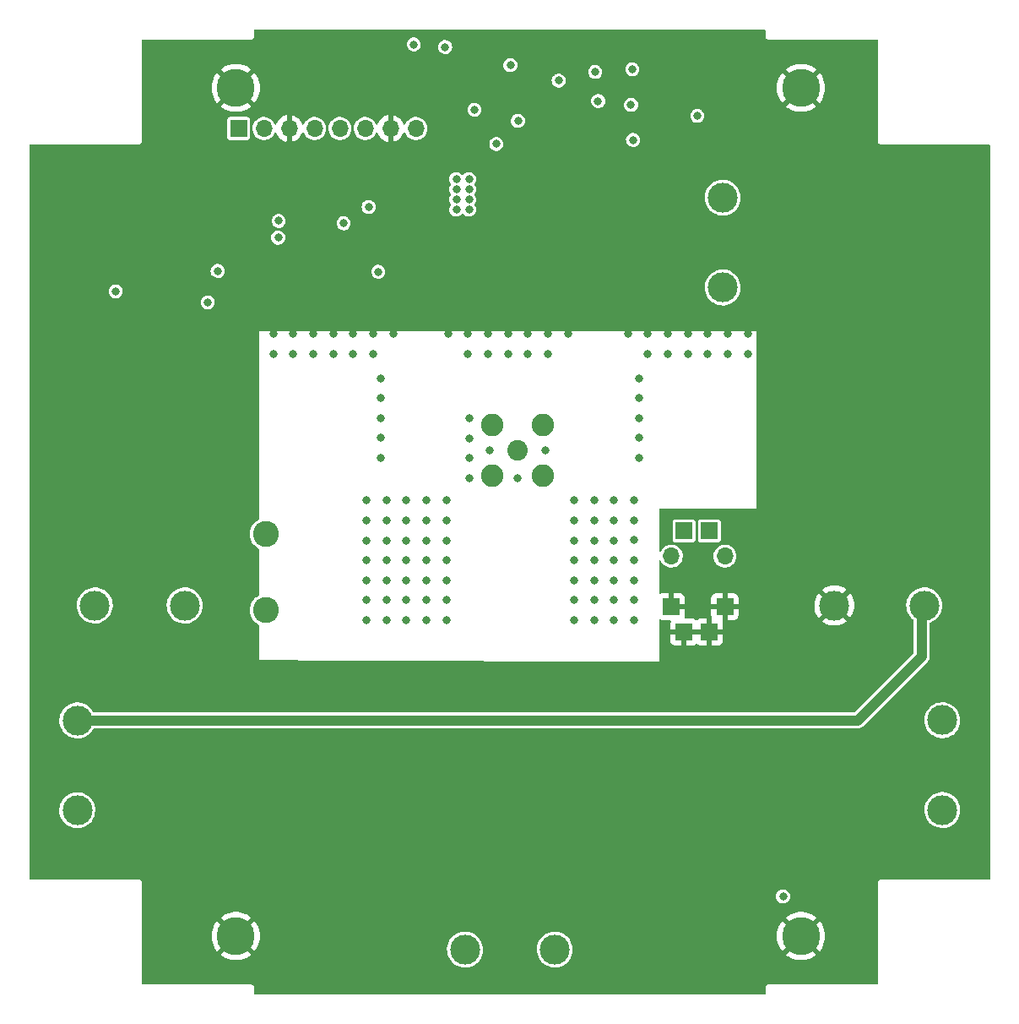
<source format=gbl>
%TF.GenerationSoftware,KiCad,Pcbnew,(6.0.5)*%
%TF.CreationDate,2023-01-23T16:46:34-08:00*%
%TF.ProjectId,Z_Panels,5a5f5061-6e65-46c7-932e-6b696361645f,rev?*%
%TF.SameCoordinates,Original*%
%TF.FileFunction,Copper,L6,Bot*%
%TF.FilePolarity,Positive*%
%FSLAX46Y46*%
G04 Gerber Fmt 4.6, Leading zero omitted, Abs format (unit mm)*
G04 Created by KiCad (PCBNEW (6.0.5)) date 2023-01-23 16:46:34*
%MOMM*%
%LPD*%
G01*
G04 APERTURE LIST*
%TA.AperFunction,ComponentPad*%
%ADD10C,3.000000*%
%TD*%
%TA.AperFunction,ConnectorPad*%
%ADD11C,3.800000*%
%TD*%
%TA.AperFunction,ComponentPad*%
%ADD12C,2.600000*%
%TD*%
%TA.AperFunction,ComponentPad*%
%ADD13R,1.700000X1.700000*%
%TD*%
%TA.AperFunction,ComponentPad*%
%ADD14O,1.700000X1.700000*%
%TD*%
%TA.AperFunction,ComponentPad*%
%ADD15C,2.050000*%
%TD*%
%TA.AperFunction,ComponentPad*%
%ADD16C,2.250000*%
%TD*%
%TA.AperFunction,ViaPad*%
%ADD17C,0.800000*%
%TD*%
%TA.AperFunction,Conductor*%
%ADD18C,1.000000*%
%TD*%
G04 APERTURE END LIST*
D10*
X150042000Y-97830000D03*
X141042000Y-97830000D03*
D11*
X155182000Y-45965600D03*
D12*
X155182000Y-45965600D03*
D13*
X202656000Y-100503000D03*
X200116000Y-100503000D03*
X198846000Y-97963000D03*
X204216000Y-97963000D03*
D14*
X204216000Y-92883000D03*
D13*
X202656000Y-90343000D03*
X200116000Y-90343000D03*
D14*
X198846000Y-92883000D03*
D10*
X187160000Y-132310000D03*
X178160000Y-132310000D03*
D12*
X158170000Y-90670000D03*
X158170000Y-98290000D03*
X211856000Y-45965600D03*
D11*
X211856000Y-45965600D03*
D10*
X204008000Y-56968000D03*
X204008000Y-65968000D03*
X226020000Y-109330000D03*
X226020000Y-118330000D03*
X224210000Y-97830000D03*
X215210000Y-97830000D03*
D11*
X211856000Y-130965600D03*
D12*
X211856000Y-130965600D03*
D10*
X139280000Y-118350000D03*
X139280000Y-109350000D03*
D12*
X155182000Y-130965600D03*
D11*
X155182000Y-130965600D03*
D13*
X155448000Y-50038000D03*
D14*
X157988000Y-50038000D03*
X160528000Y-50038000D03*
X163068000Y-50038000D03*
X165608000Y-50038000D03*
X168148000Y-50038000D03*
X170688000Y-50038000D03*
X173228000Y-50038000D03*
D15*
X183431443Y-82290965D03*
D16*
X185971443Y-79750965D03*
X180891443Y-84830965D03*
X185971443Y-84830965D03*
X180891443Y-79750965D03*
D17*
X182468000Y-72612000D03*
X150897500Y-62212500D03*
X176276000Y-93314000D03*
X170942000Y-70612000D03*
X204502000Y-70612000D03*
X168276000Y-91314000D03*
X200502000Y-70612000D03*
X194502000Y-70612000D03*
X193104000Y-95314000D03*
X172276000Y-93314000D03*
X168276000Y-97314000D03*
X172276000Y-91314000D03*
X141300000Y-60230000D03*
X176468000Y-70612000D03*
X195580000Y-79058000D03*
X204502000Y-72612000D03*
X189104000Y-91314000D03*
X206502000Y-72612000D03*
X168942000Y-70612000D03*
X164942000Y-72612000D03*
X170276000Y-87314000D03*
X162942000Y-72612000D03*
X169672000Y-81058000D03*
X191104000Y-99314000D03*
X186468000Y-70612000D03*
X158942000Y-70612000D03*
X202502000Y-72612000D03*
X193104000Y-93314000D03*
X168276000Y-95314000D03*
X141340000Y-57280000D03*
X176276000Y-99314000D03*
X170276000Y-95314000D03*
X198502000Y-72612000D03*
X193104000Y-89314000D03*
X191104000Y-97314000D03*
X172276000Y-97314000D03*
X141440000Y-54600000D03*
X168276000Y-87314000D03*
X174276000Y-87314000D03*
X168276000Y-93314000D03*
X195072000Y-87303622D03*
X191104000Y-89314000D03*
X172276000Y-87314000D03*
X168276000Y-99314000D03*
X196502000Y-70612000D03*
X195072000Y-91303622D03*
X195580000Y-83058000D03*
X174276000Y-97314000D03*
X176276000Y-87314000D03*
X169672000Y-77058000D03*
X180468000Y-72612000D03*
X160528000Y-51562000D03*
X164942000Y-70612000D03*
X193104000Y-91314000D03*
X183388000Y-85090000D03*
X189104000Y-93314000D03*
X202502000Y-70612000D03*
X198502000Y-70612000D03*
X191104000Y-91314000D03*
X169672000Y-83058000D03*
X178562000Y-81090000D03*
X168942000Y-72612000D03*
X195072000Y-89303622D03*
X195072000Y-93303622D03*
X191104000Y-87314000D03*
X176276000Y-97314000D03*
X170276000Y-89314000D03*
X178468000Y-72612000D03*
X200502000Y-72612000D03*
X168276000Y-89314000D03*
X166942000Y-72612000D03*
X148530000Y-61790000D03*
X193104000Y-87314000D03*
X184468000Y-72612000D03*
X193104000Y-99314000D03*
X186468000Y-72612000D03*
X154310000Y-53830000D03*
X160942000Y-70612000D03*
X189104000Y-89314000D03*
X176276000Y-91314000D03*
X170276000Y-97314000D03*
X150970000Y-54750000D03*
X195580000Y-77058000D03*
X148400000Y-63890000D03*
X189104000Y-99314000D03*
X182468000Y-70612000D03*
X196502000Y-72612000D03*
X170276000Y-93314000D03*
X174276000Y-99314000D03*
X184468000Y-70612000D03*
X195072000Y-95303622D03*
X174276000Y-95314000D03*
X169672000Y-75058000D03*
X195580000Y-75058000D03*
X178468000Y-70612000D03*
X186182000Y-82296000D03*
X169672000Y-79058000D03*
X195580000Y-81058000D03*
X166942000Y-70612000D03*
X180468000Y-70612000D03*
X174276000Y-89314000D03*
X189104000Y-97314000D03*
X172276000Y-89314000D03*
X206502000Y-70612000D03*
X178562000Y-83090000D03*
X176276000Y-95314000D03*
X149120000Y-50220000D03*
X193104000Y-97314000D03*
X174276000Y-93314000D03*
X191104000Y-95314000D03*
X160528000Y-48010000D03*
X158942000Y-72612000D03*
X195072000Y-99303622D03*
X160942000Y-72612000D03*
X189104000Y-95314000D03*
X189104000Y-87314000D03*
X172276000Y-99314000D03*
X153500000Y-54750000D03*
X176276000Y-89314000D03*
X172276000Y-95314000D03*
X170276000Y-99314000D03*
X154380000Y-55780000D03*
X188468000Y-70612000D03*
X191104000Y-93314000D03*
X174276000Y-91314000D03*
X180594000Y-82296000D03*
X178562000Y-85090000D03*
X178562000Y-79090000D03*
X162942000Y-70612000D03*
X195072000Y-97303622D03*
X152772500Y-62212500D03*
X170276000Y-91314000D03*
X150710000Y-50030000D03*
X143140000Y-66360000D03*
X173010000Y-41610000D03*
X169460000Y-64390000D03*
X201457600Y-48777600D03*
X210058000Y-127000000D03*
X191513000Y-47286000D03*
X187553000Y-45236000D03*
X194813000Y-47676000D03*
X179113000Y-48156000D03*
X181298000Y-51591000D03*
X183473000Y-49276000D03*
X165985000Y-59535000D03*
X153357500Y-64312500D03*
X176173000Y-41876000D03*
X182713000Y-43696000D03*
X195008000Y-51181000D03*
X168500000Y-57900000D03*
X152370000Y-67460000D03*
X191215500Y-44373500D03*
X194943000Y-44106000D03*
X159430000Y-60980000D03*
X159470000Y-59300000D03*
X178562000Y-58166000D03*
X177292000Y-56134000D03*
X177292000Y-55118000D03*
X178562000Y-56134000D03*
X177292000Y-58166000D03*
X177292000Y-57150000D03*
X178562000Y-55118000D03*
X178562000Y-57150000D03*
D18*
X223956000Y-102942000D02*
X217548000Y-109350000D01*
X223956000Y-97830000D02*
X223956000Y-102942000D01*
X217548000Y-109350000D02*
X139280000Y-109350000D01*
%TA.AperFunction,Conductor*%
G36*
X208241660Y-40126685D02*
G01*
X208278532Y-40177435D01*
X208283500Y-40208800D01*
X208283500Y-40751378D01*
X208283016Y-40761280D01*
X208282361Y-40767967D01*
X208279754Y-40776968D01*
X208281554Y-40797755D01*
X208283121Y-40815845D01*
X208283500Y-40824603D01*
X208283500Y-40834748D01*
X208284356Y-40839344D01*
X208284942Y-40842490D01*
X208286280Y-40852318D01*
X208289413Y-40888496D01*
X208293529Y-40896917D01*
X208295042Y-40902373D01*
X208297075Y-40907641D01*
X208298791Y-40916853D01*
X208310073Y-40935155D01*
X208317849Y-40947771D01*
X208322633Y-40956456D01*
X208338575Y-40989069D01*
X208345444Y-40995441D01*
X208348814Y-40999979D01*
X208352614Y-41004170D01*
X208357532Y-41012148D01*
X208386444Y-41034133D01*
X208394020Y-41040502D01*
X208420646Y-41065201D01*
X208429348Y-41068673D01*
X208434124Y-41071692D01*
X208439181Y-41074235D01*
X208446641Y-41079908D01*
X208469524Y-41086534D01*
X208481516Y-41090007D01*
X208490897Y-41093228D01*
X208524622Y-41106683D01*
X208530915Y-41107300D01*
X208532664Y-41107300D01*
X208536158Y-41107556D01*
X208545165Y-41108439D01*
X208554168Y-41111046D01*
X208593045Y-41107679D01*
X208601803Y-41107300D01*
X219456000Y-41107300D01*
X219515660Y-41126685D01*
X219552532Y-41177435D01*
X219557500Y-41208800D01*
X219557500Y-51266978D01*
X219557016Y-51276880D01*
X219556361Y-51283567D01*
X219553754Y-51292568D01*
X219555176Y-51308986D01*
X219557121Y-51331445D01*
X219557500Y-51340203D01*
X219557500Y-51350348D01*
X219558356Y-51354944D01*
X219558942Y-51358090D01*
X219560280Y-51367918D01*
X219563413Y-51404096D01*
X219567529Y-51412517D01*
X219569042Y-51417973D01*
X219571075Y-51423241D01*
X219572791Y-51432453D01*
X219584073Y-51450755D01*
X219591849Y-51463371D01*
X219596633Y-51472056D01*
X219612575Y-51504669D01*
X219619444Y-51511041D01*
X219622814Y-51515579D01*
X219626614Y-51519770D01*
X219631532Y-51527748D01*
X219660444Y-51549733D01*
X219668020Y-51556102D01*
X219694646Y-51580801D01*
X219703348Y-51584273D01*
X219708124Y-51587292D01*
X219713181Y-51589835D01*
X219720641Y-51595508D01*
X219743524Y-51602134D01*
X219755516Y-51605607D01*
X219764897Y-51608828D01*
X219798622Y-51622283D01*
X219804915Y-51622900D01*
X219806664Y-51622900D01*
X219810158Y-51623156D01*
X219819165Y-51624039D01*
X219828168Y-51626646D01*
X219867045Y-51623279D01*
X219875803Y-51622900D01*
X230729988Y-51622900D01*
X230789648Y-51642285D01*
X230826520Y-51693035D01*
X230831488Y-51724403D01*
X230831052Y-67921083D01*
X230829648Y-120143240D01*
X230829511Y-125218003D01*
X230810125Y-125277662D01*
X230759374Y-125314533D01*
X230728011Y-125319500D01*
X219911422Y-125319500D01*
X219901520Y-125319016D01*
X219894833Y-125318361D01*
X219885832Y-125315754D01*
X219847924Y-125319037D01*
X219846955Y-125319121D01*
X219838197Y-125319500D01*
X219828052Y-125319500D01*
X219823456Y-125320356D01*
X219820310Y-125320942D01*
X219810482Y-125322280D01*
X219774304Y-125325413D01*
X219765883Y-125329529D01*
X219760427Y-125331042D01*
X219755159Y-125333075D01*
X219745947Y-125334791D01*
X219730545Y-125344285D01*
X219715029Y-125353849D01*
X219706344Y-125358633D01*
X219700277Y-125361599D01*
X219673731Y-125374575D01*
X219667359Y-125381444D01*
X219662821Y-125384814D01*
X219658630Y-125388614D01*
X219650652Y-125393532D01*
X219628667Y-125422444D01*
X219622298Y-125430020D01*
X219597599Y-125456646D01*
X219594127Y-125465348D01*
X219591108Y-125470124D01*
X219588565Y-125475181D01*
X219582892Y-125482641D01*
X219580285Y-125491645D01*
X219572793Y-125517516D01*
X219569572Y-125526897D01*
X219556117Y-125560622D01*
X219555500Y-125566915D01*
X219555500Y-125568664D01*
X219555244Y-125572158D01*
X219554361Y-125581165D01*
X219551754Y-125590168D01*
X219552563Y-125599507D01*
X219555121Y-125629045D01*
X219555500Y-125637803D01*
X219555500Y-135733600D01*
X219536115Y-135793260D01*
X219485365Y-135830132D01*
X219454000Y-135835100D01*
X208637422Y-135835100D01*
X208627520Y-135834616D01*
X208620833Y-135833961D01*
X208611832Y-135831354D01*
X208573924Y-135834637D01*
X208572955Y-135834721D01*
X208564197Y-135835100D01*
X208554052Y-135835100D01*
X208549456Y-135835956D01*
X208546310Y-135836542D01*
X208536482Y-135837880D01*
X208500304Y-135841013D01*
X208491883Y-135845129D01*
X208486427Y-135846642D01*
X208481159Y-135848675D01*
X208471947Y-135850391D01*
X208456545Y-135859885D01*
X208441029Y-135869449D01*
X208432344Y-135874233D01*
X208426277Y-135877199D01*
X208399731Y-135890175D01*
X208393359Y-135897044D01*
X208388821Y-135900414D01*
X208384630Y-135904214D01*
X208376652Y-135909132D01*
X208354667Y-135938044D01*
X208348298Y-135945620D01*
X208323599Y-135972246D01*
X208320127Y-135980948D01*
X208317108Y-135985724D01*
X208314565Y-135990781D01*
X208308892Y-135998241D01*
X208306285Y-136007245D01*
X208298793Y-136033116D01*
X208295572Y-136042497D01*
X208282117Y-136076222D01*
X208281500Y-136082515D01*
X208281500Y-136084264D01*
X208281244Y-136087758D01*
X208280361Y-136096765D01*
X208277754Y-136105768D01*
X208278563Y-136115107D01*
X208281121Y-136144645D01*
X208281500Y-136153403D01*
X208281500Y-136733600D01*
X208262115Y-136793260D01*
X208211365Y-136830132D01*
X208180000Y-136835100D01*
X157112000Y-136835100D01*
X157052340Y-136815715D01*
X157015468Y-136764965D01*
X157010500Y-136733600D01*
X157010500Y-136191022D01*
X157010984Y-136181120D01*
X157011639Y-136174433D01*
X157014246Y-136165432D01*
X157010879Y-136126555D01*
X157010500Y-136117797D01*
X157010500Y-136107652D01*
X157009058Y-136099909D01*
X157007720Y-136090082D01*
X157007065Y-136082515D01*
X157004587Y-136053904D01*
X157000471Y-136045483D01*
X156998958Y-136040027D01*
X156996925Y-136034759D01*
X156995209Y-136025547D01*
X156976151Y-135994629D01*
X156971367Y-135985944D01*
X156959540Y-135961749D01*
X156955425Y-135953331D01*
X156948556Y-135946959D01*
X156945186Y-135942421D01*
X156941386Y-135938230D01*
X156936468Y-135930252D01*
X156907556Y-135908267D01*
X156899980Y-135901898D01*
X156873354Y-135877199D01*
X156864652Y-135873727D01*
X156859876Y-135870708D01*
X156854819Y-135868165D01*
X156847359Y-135862492D01*
X156822550Y-135855308D01*
X156812484Y-135852393D01*
X156803102Y-135849172D01*
X156782652Y-135841013D01*
X156769378Y-135835717D01*
X156763085Y-135835100D01*
X156761336Y-135835100D01*
X156757842Y-135834844D01*
X156748835Y-135833961D01*
X156739832Y-135831354D01*
X156702368Y-135834599D01*
X156700955Y-135834721D01*
X156692197Y-135835100D01*
X145838000Y-135835100D01*
X145778340Y-135815715D01*
X145741468Y-135764965D01*
X145736500Y-135733600D01*
X145736500Y-132841514D01*
X153671274Y-132841514D01*
X153671450Y-132842624D01*
X153675834Y-132847758D01*
X153886597Y-133000886D01*
X153891972Y-133004297D01*
X154151902Y-133147195D01*
X154157661Y-133149905D01*
X154433452Y-133259098D01*
X154439504Y-133261065D01*
X154726810Y-133334832D01*
X154733049Y-133336023D01*
X155027338Y-133373200D01*
X155033692Y-133373600D01*
X155330308Y-133373600D01*
X155336662Y-133373200D01*
X155630951Y-133336023D01*
X155637190Y-133334832D01*
X155924496Y-133261065D01*
X155930548Y-133259098D01*
X156206339Y-133149905D01*
X156212098Y-133147195D01*
X156472028Y-133004297D01*
X156477403Y-133000886D01*
X156684879Y-132850145D01*
X156692917Y-132839082D01*
X156692917Y-132837958D01*
X156689388Y-132832199D01*
X155193368Y-131336178D01*
X155181182Y-131329969D01*
X155176024Y-131330786D01*
X153677483Y-132829328D01*
X153671274Y-132841514D01*
X145736500Y-132841514D01*
X145736500Y-130968779D01*
X152769439Y-130968779D01*
X152788064Y-131264821D01*
X152788861Y-131271131D01*
X152844441Y-131562491D01*
X152846027Y-131568667D01*
X152937683Y-131850753D01*
X152940034Y-131856692D01*
X153066324Y-132125073D01*
X153069389Y-132130648D01*
X153228325Y-132381091D01*
X153232066Y-132386240D01*
X153298821Y-132466933D01*
X153310368Y-132474260D01*
X153313201Y-132474082D01*
X153316425Y-132471964D01*
X154811422Y-130976968D01*
X154816797Y-130966418D01*
X155546369Y-130966418D01*
X155547186Y-130971576D01*
X157043563Y-132467952D01*
X157055749Y-132474161D01*
X157058553Y-132473717D01*
X157061558Y-132471309D01*
X157131934Y-132386240D01*
X157135675Y-132381091D01*
X157210785Y-132262736D01*
X176355070Y-132262736D01*
X176367909Y-132530041D01*
X176420118Y-132792512D01*
X176421390Y-132796054D01*
X176509276Y-133040839D01*
X176509279Y-133040846D01*
X176510549Y-133044383D01*
X176637215Y-133280121D01*
X176797335Y-133494547D01*
X176987390Y-133682950D01*
X177203205Y-133841192D01*
X177440039Y-133965797D01*
X177443591Y-133967037D01*
X177443597Y-133967040D01*
X177689130Y-134052783D01*
X177689132Y-134052784D01*
X177692690Y-134054026D01*
X177696390Y-134054729D01*
X177696392Y-134054729D01*
X177824148Y-134078985D01*
X177955606Y-134103943D01*
X177959371Y-134104091D01*
X177959372Y-134104091D01*
X177983244Y-134105029D01*
X178223013Y-134114449D01*
X178226746Y-134114040D01*
X178226751Y-134114040D01*
X178485291Y-134085725D01*
X178489035Y-134085315D01*
X178747829Y-134017180D01*
X178751297Y-134015690D01*
X178751300Y-134015689D01*
X178990251Y-133913028D01*
X178993710Y-133911542D01*
X179221275Y-133770720D01*
X179322317Y-133685182D01*
X179422656Y-133600239D01*
X179422659Y-133600236D01*
X179425526Y-133597809D01*
X179601976Y-133396607D01*
X179746747Y-133171534D01*
X179856661Y-132927534D01*
X179929302Y-132669969D01*
X179946634Y-132533735D01*
X179962753Y-132407029D01*
X179962754Y-132407022D01*
X179963075Y-132404495D01*
X179965549Y-132310000D01*
X179962037Y-132262736D01*
X185355070Y-132262736D01*
X185367909Y-132530041D01*
X185420118Y-132792512D01*
X185421390Y-132796054D01*
X185509276Y-133040839D01*
X185509279Y-133040846D01*
X185510549Y-133044383D01*
X185637215Y-133280121D01*
X185797335Y-133494547D01*
X185987390Y-133682950D01*
X186203205Y-133841192D01*
X186440039Y-133965797D01*
X186443591Y-133967037D01*
X186443597Y-133967040D01*
X186689130Y-134052783D01*
X186689132Y-134052784D01*
X186692690Y-134054026D01*
X186696390Y-134054729D01*
X186696392Y-134054729D01*
X186824148Y-134078985D01*
X186955606Y-134103943D01*
X186959371Y-134104091D01*
X186959372Y-134104091D01*
X186983244Y-134105029D01*
X187223013Y-134114449D01*
X187226746Y-134114040D01*
X187226751Y-134114040D01*
X187485291Y-134085725D01*
X187489035Y-134085315D01*
X187747829Y-134017180D01*
X187751297Y-134015690D01*
X187751300Y-134015689D01*
X187990251Y-133913028D01*
X187993710Y-133911542D01*
X188221275Y-133770720D01*
X188322317Y-133685182D01*
X188422656Y-133600239D01*
X188422659Y-133600236D01*
X188425526Y-133597809D01*
X188601976Y-133396607D01*
X188746747Y-133171534D01*
X188856661Y-132927534D01*
X188880921Y-132841514D01*
X210345274Y-132841514D01*
X210345450Y-132842624D01*
X210349834Y-132847758D01*
X210560597Y-133000886D01*
X210565972Y-133004297D01*
X210825902Y-133147195D01*
X210831661Y-133149905D01*
X211107452Y-133259098D01*
X211113504Y-133261065D01*
X211400810Y-133334832D01*
X211407049Y-133336023D01*
X211701338Y-133373200D01*
X211707692Y-133373600D01*
X212004308Y-133373600D01*
X212010662Y-133373200D01*
X212304951Y-133336023D01*
X212311190Y-133334832D01*
X212598496Y-133261065D01*
X212604548Y-133259098D01*
X212880339Y-133149905D01*
X212886098Y-133147195D01*
X213146028Y-133004297D01*
X213151403Y-133000886D01*
X213358879Y-132850145D01*
X213366917Y-132839082D01*
X213366917Y-132837958D01*
X213363388Y-132832199D01*
X211867368Y-131336178D01*
X211855182Y-131329969D01*
X211850024Y-131330786D01*
X210351483Y-132829328D01*
X210345274Y-132841514D01*
X188880921Y-132841514D01*
X188929302Y-132669969D01*
X188946634Y-132533735D01*
X188962753Y-132407029D01*
X188962754Y-132407022D01*
X188963075Y-132404495D01*
X188965549Y-132310000D01*
X188945717Y-132043123D01*
X188935161Y-131996470D01*
X188913966Y-131902804D01*
X188886655Y-131782109D01*
X188885292Y-131778604D01*
X188791028Y-131536203D01*
X188791027Y-131536200D01*
X188789662Y-131532691D01*
X188787795Y-131529425D01*
X188787792Y-131529418D01*
X188658739Y-131303623D01*
X188658737Y-131303620D01*
X188656868Y-131300350D01*
X188491190Y-131090189D01*
X188362128Y-130968779D01*
X209443439Y-130968779D01*
X209462064Y-131264821D01*
X209462861Y-131271131D01*
X209518441Y-131562491D01*
X209520027Y-131568667D01*
X209611683Y-131850753D01*
X209614034Y-131856692D01*
X209740324Y-132125073D01*
X209743389Y-132130648D01*
X209902325Y-132381091D01*
X209906066Y-132386240D01*
X209972821Y-132466933D01*
X209984368Y-132474260D01*
X209987201Y-132474082D01*
X209990425Y-132471964D01*
X211485422Y-130976968D01*
X211490797Y-130966418D01*
X212220369Y-130966418D01*
X212221186Y-130971576D01*
X213717563Y-132467952D01*
X213729749Y-132474161D01*
X213732553Y-132473717D01*
X213735558Y-132471309D01*
X213805934Y-132386240D01*
X213809675Y-132381091D01*
X213968611Y-132130648D01*
X213971676Y-132125073D01*
X214097966Y-131856692D01*
X214100317Y-131850753D01*
X214191973Y-131568667D01*
X214193559Y-131562491D01*
X214249139Y-131271131D01*
X214249936Y-131264821D01*
X214268561Y-130968779D01*
X214268561Y-130962421D01*
X214249936Y-130666379D01*
X214249139Y-130660069D01*
X214193559Y-130368709D01*
X214191973Y-130362533D01*
X214100317Y-130080447D01*
X214097966Y-130074508D01*
X213971676Y-129806127D01*
X213968611Y-129800552D01*
X213809675Y-129550109D01*
X213805934Y-129544960D01*
X213739179Y-129464267D01*
X213727632Y-129456940D01*
X213724799Y-129457118D01*
X213721575Y-129459236D01*
X212226578Y-130954232D01*
X212220369Y-130966418D01*
X211490797Y-130966418D01*
X211491631Y-130964782D01*
X211490814Y-130959624D01*
X209994437Y-129463248D01*
X209982251Y-129457039D01*
X209979447Y-129457483D01*
X209976442Y-129459891D01*
X209906066Y-129544960D01*
X209902325Y-129550109D01*
X209743389Y-129800552D01*
X209740324Y-129806127D01*
X209614034Y-130074508D01*
X209611683Y-130080447D01*
X209520027Y-130362533D01*
X209518441Y-130368709D01*
X209462861Y-130660069D01*
X209462064Y-130666379D01*
X209443439Y-130962421D01*
X209443439Y-130968779D01*
X188362128Y-130968779D01*
X188296269Y-130906825D01*
X188076385Y-130754286D01*
X188073015Y-130752624D01*
X188073008Y-130752620D01*
X187839744Y-130637587D01*
X187839740Y-130637585D01*
X187836371Y-130635924D01*
X187581497Y-130554338D01*
X187449431Y-130532830D01*
X187321087Y-130511928D01*
X187321083Y-130511928D01*
X187317364Y-130511322D01*
X187181283Y-130509541D01*
X187053545Y-130507868D01*
X187053540Y-130507868D01*
X187049774Y-130507819D01*
X187046042Y-130508327D01*
X187046040Y-130508327D01*
X186788343Y-130543398D01*
X186788339Y-130543399D01*
X186784605Y-130543907D01*
X186780982Y-130544963D01*
X186531298Y-130617738D01*
X186531294Y-130617740D01*
X186527683Y-130618792D01*
X186284652Y-130730831D01*
X186281509Y-130732892D01*
X186281503Y-130732895D01*
X186064003Y-130875495D01*
X186063999Y-130875498D01*
X186060851Y-130877562D01*
X185861197Y-131055760D01*
X185690075Y-131261512D01*
X185551244Y-131490298D01*
X185447755Y-131737091D01*
X185446827Y-131740745D01*
X185382809Y-131992814D01*
X185382808Y-131992821D01*
X185381881Y-131996470D01*
X185355070Y-132262736D01*
X179962037Y-132262736D01*
X179945717Y-132043123D01*
X179935161Y-131996470D01*
X179913966Y-131902804D01*
X179886655Y-131782109D01*
X179885292Y-131778604D01*
X179791028Y-131536203D01*
X179791027Y-131536200D01*
X179789662Y-131532691D01*
X179787795Y-131529425D01*
X179787792Y-131529418D01*
X179658739Y-131303623D01*
X179658737Y-131303620D01*
X179656868Y-131300350D01*
X179491190Y-131090189D01*
X179296269Y-130906825D01*
X179076385Y-130754286D01*
X179073015Y-130752624D01*
X179073008Y-130752620D01*
X178839744Y-130637587D01*
X178839740Y-130637585D01*
X178836371Y-130635924D01*
X178581497Y-130554338D01*
X178449431Y-130532830D01*
X178321087Y-130511928D01*
X178321083Y-130511928D01*
X178317364Y-130511322D01*
X178181283Y-130509541D01*
X178053545Y-130507868D01*
X178053540Y-130507868D01*
X178049774Y-130507819D01*
X178046042Y-130508327D01*
X178046040Y-130508327D01*
X177788343Y-130543398D01*
X177788339Y-130543399D01*
X177784605Y-130543907D01*
X177780982Y-130544963D01*
X177531298Y-130617738D01*
X177531294Y-130617740D01*
X177527683Y-130618792D01*
X177284652Y-130730831D01*
X177281509Y-130732892D01*
X177281503Y-130732895D01*
X177064003Y-130875495D01*
X177063999Y-130875498D01*
X177060851Y-130877562D01*
X176861197Y-131055760D01*
X176690075Y-131261512D01*
X176551244Y-131490298D01*
X176447755Y-131737091D01*
X176446827Y-131740745D01*
X176382809Y-131992814D01*
X176382808Y-131992821D01*
X176381881Y-131996470D01*
X176355070Y-132262736D01*
X157210785Y-132262736D01*
X157294611Y-132130648D01*
X157297676Y-132125073D01*
X157423966Y-131856692D01*
X157426317Y-131850753D01*
X157517973Y-131568667D01*
X157519559Y-131562491D01*
X157575139Y-131271131D01*
X157575936Y-131264821D01*
X157594561Y-130968779D01*
X157594561Y-130962421D01*
X157575936Y-130666379D01*
X157575139Y-130660069D01*
X157519559Y-130368709D01*
X157517973Y-130362533D01*
X157426317Y-130080447D01*
X157423966Y-130074508D01*
X157297676Y-129806127D01*
X157294611Y-129800552D01*
X157135675Y-129550109D01*
X157131934Y-129544960D01*
X157065179Y-129464267D01*
X157053632Y-129456940D01*
X157050799Y-129457118D01*
X157047575Y-129459236D01*
X155552578Y-130954232D01*
X155546369Y-130966418D01*
X154816797Y-130966418D01*
X154817631Y-130964782D01*
X154816814Y-130959624D01*
X153320437Y-129463248D01*
X153308251Y-129457039D01*
X153305447Y-129457483D01*
X153302442Y-129459891D01*
X153232066Y-129544960D01*
X153228325Y-129550109D01*
X153069389Y-129800552D01*
X153066324Y-129806127D01*
X152940034Y-130074508D01*
X152937683Y-130080447D01*
X152846027Y-130362533D01*
X152844441Y-130368709D01*
X152788861Y-130660069D01*
X152788064Y-130666379D01*
X152769439Y-130962421D01*
X152769439Y-130968779D01*
X145736500Y-130968779D01*
X145736500Y-129093242D01*
X153671083Y-129093242D01*
X153674612Y-129099001D01*
X155170632Y-130595022D01*
X155182818Y-130601231D01*
X155187976Y-130600414D01*
X155710987Y-130077403D01*
X156686517Y-129101872D01*
X156690914Y-129093242D01*
X210345083Y-129093242D01*
X210348612Y-129099001D01*
X211844632Y-130595022D01*
X211856818Y-130601231D01*
X211861976Y-130600414D01*
X213360517Y-129101872D01*
X213366726Y-129089686D01*
X213366550Y-129088576D01*
X213362166Y-129083442D01*
X213151403Y-128930314D01*
X213146028Y-128926903D01*
X212886098Y-128784005D01*
X212880339Y-128781295D01*
X212604548Y-128672102D01*
X212598496Y-128670135D01*
X212311190Y-128596368D01*
X212304951Y-128595177D01*
X212010662Y-128558000D01*
X212004308Y-128557600D01*
X211707692Y-128557600D01*
X211701338Y-128558000D01*
X211407049Y-128595177D01*
X211400810Y-128596368D01*
X211113504Y-128670135D01*
X211107452Y-128672102D01*
X210831661Y-128781295D01*
X210825902Y-128784005D01*
X210565972Y-128926903D01*
X210560597Y-128930314D01*
X210353121Y-129081055D01*
X210345083Y-129092118D01*
X210345083Y-129093242D01*
X156690914Y-129093242D01*
X156692726Y-129089686D01*
X156692550Y-129088576D01*
X156688166Y-129083442D01*
X156477403Y-128930314D01*
X156472028Y-128926903D01*
X156212098Y-128784005D01*
X156206339Y-128781295D01*
X155930548Y-128672102D01*
X155924496Y-128670135D01*
X155637190Y-128596368D01*
X155630951Y-128595177D01*
X155336662Y-128558000D01*
X155330308Y-128557600D01*
X155033692Y-128557600D01*
X155027338Y-128558000D01*
X154733049Y-128595177D01*
X154726810Y-128596368D01*
X154439504Y-128670135D01*
X154433452Y-128672102D01*
X154157661Y-128781295D01*
X154151902Y-128784005D01*
X153891972Y-128926903D01*
X153886597Y-128930314D01*
X153679121Y-129081055D01*
X153671083Y-129092118D01*
X153671083Y-129093242D01*
X145736500Y-129093242D01*
X145736500Y-126992611D01*
X209352394Y-126992611D01*
X209370999Y-127161135D01*
X209429266Y-127320356D01*
X209523830Y-127461083D01*
X209649233Y-127575191D01*
X209654606Y-127578108D01*
X209654607Y-127578109D01*
X209792855Y-127653171D01*
X209798235Y-127656092D01*
X209962233Y-127699116D01*
X210032476Y-127700219D01*
X210125639Y-127701683D01*
X210125640Y-127701683D01*
X210131760Y-127701779D01*
X210223425Y-127680785D01*
X210291066Y-127665294D01*
X210291068Y-127665293D01*
X210297029Y-127663928D01*
X210372238Y-127626102D01*
X210443035Y-127590495D01*
X210443037Y-127590493D01*
X210448498Y-127587747D01*
X210577423Y-127477634D01*
X210676361Y-127339947D01*
X210739601Y-127182634D01*
X210763490Y-127014778D01*
X210763645Y-127000000D01*
X210762018Y-126986550D01*
X210755853Y-126935613D01*
X210743276Y-126831680D01*
X210683345Y-126673077D01*
X210678857Y-126666547D01*
X210590777Y-126538390D01*
X210590775Y-126538388D01*
X210587312Y-126533349D01*
X210582749Y-126529284D01*
X210582746Y-126529280D01*
X210515049Y-126468965D01*
X210460721Y-126420560D01*
X210398505Y-126387618D01*
X210316289Y-126344087D01*
X210316286Y-126344086D01*
X210310881Y-126341224D01*
X210304950Y-126339734D01*
X210304947Y-126339733D01*
X210229048Y-126320669D01*
X210146441Y-126299919D01*
X210099522Y-126299673D01*
X209983014Y-126299063D01*
X209976895Y-126299031D01*
X209970944Y-126300460D01*
X209970942Y-126300460D01*
X209817982Y-126337183D01*
X209817978Y-126337184D01*
X209812032Y-126338612D01*
X209661369Y-126416375D01*
X209656757Y-126420398D01*
X209656756Y-126420399D01*
X209538216Y-126523807D01*
X209538213Y-126523810D01*
X209533604Y-126527831D01*
X209436113Y-126666547D01*
X209374524Y-126824513D01*
X209352394Y-126992611D01*
X145736500Y-126992611D01*
X145736500Y-125675422D01*
X145736984Y-125665520D01*
X145737639Y-125658833D01*
X145740246Y-125649832D01*
X145736879Y-125610955D01*
X145736500Y-125602197D01*
X145736500Y-125592052D01*
X145735058Y-125584309D01*
X145733720Y-125574482D01*
X145733065Y-125566915D01*
X145730587Y-125538304D01*
X145726471Y-125529883D01*
X145724958Y-125524427D01*
X145722925Y-125519159D01*
X145721209Y-125509947D01*
X145702151Y-125479029D01*
X145697367Y-125470344D01*
X145685540Y-125446149D01*
X145681425Y-125437731D01*
X145674556Y-125431359D01*
X145671186Y-125426821D01*
X145667386Y-125422630D01*
X145662468Y-125414652D01*
X145633556Y-125392667D01*
X145625980Y-125386298D01*
X145599354Y-125361599D01*
X145590652Y-125358127D01*
X145585876Y-125355108D01*
X145580819Y-125352565D01*
X145573359Y-125346892D01*
X145548550Y-125339708D01*
X145538484Y-125336793D01*
X145529102Y-125333572D01*
X145508652Y-125325413D01*
X145495378Y-125320117D01*
X145489085Y-125319500D01*
X145487336Y-125319500D01*
X145483842Y-125319244D01*
X145474835Y-125318361D01*
X145465832Y-125315754D01*
X145428368Y-125318999D01*
X145426955Y-125319121D01*
X145418197Y-125319500D01*
X134564012Y-125319500D01*
X134504352Y-125300115D01*
X134467480Y-125249365D01*
X134462512Y-125217997D01*
X134462698Y-118302736D01*
X137475070Y-118302736D01*
X137476380Y-118330000D01*
X137486768Y-118546276D01*
X137487909Y-118570041D01*
X137540118Y-118832512D01*
X137541390Y-118836054D01*
X137629276Y-119080839D01*
X137629279Y-119080846D01*
X137630549Y-119084383D01*
X137757215Y-119320121D01*
X137917335Y-119534547D01*
X138107390Y-119722950D01*
X138110434Y-119725182D01*
X138298318Y-119862944D01*
X138323205Y-119881192D01*
X138560039Y-120005797D01*
X138563591Y-120007037D01*
X138563597Y-120007040D01*
X138809130Y-120092783D01*
X138809132Y-120092784D01*
X138812690Y-120094026D01*
X138816390Y-120094729D01*
X138816392Y-120094729D01*
X138874309Y-120105725D01*
X139075606Y-120143943D01*
X139079371Y-120144091D01*
X139079372Y-120144091D01*
X139103244Y-120145029D01*
X139343013Y-120154449D01*
X139346746Y-120154040D01*
X139346751Y-120154040D01*
X139605291Y-120125725D01*
X139609035Y-120125315D01*
X139867829Y-120057180D01*
X139871297Y-120055690D01*
X139871300Y-120055689D01*
X140110251Y-119953028D01*
X140113710Y-119951542D01*
X140341275Y-119810720D01*
X140442317Y-119725182D01*
X140542656Y-119640239D01*
X140542659Y-119640236D01*
X140545526Y-119637809D01*
X140721976Y-119436607D01*
X140866747Y-119211534D01*
X140874334Y-119194693D01*
X140975114Y-118970968D01*
X140976661Y-118967534D01*
X141049302Y-118709969D01*
X141051385Y-118693601D01*
X141082753Y-118447029D01*
X141082754Y-118447022D01*
X141083075Y-118444495D01*
X141083666Y-118421944D01*
X141085482Y-118352552D01*
X141085549Y-118350000D01*
X141080551Y-118282736D01*
X224215070Y-118282736D01*
X224227909Y-118550041D01*
X224280118Y-118812512D01*
X224310995Y-118898512D01*
X224369276Y-119060839D01*
X224369279Y-119060846D01*
X224370549Y-119064383D01*
X224497215Y-119300121D01*
X224657335Y-119514547D01*
X224847390Y-119702950D01*
X224850434Y-119705182D01*
X224997065Y-119812696D01*
X225063205Y-119861192D01*
X225300039Y-119985797D01*
X225303591Y-119987037D01*
X225303597Y-119987040D01*
X225549130Y-120072783D01*
X225549132Y-120072784D01*
X225552690Y-120074026D01*
X225556390Y-120074729D01*
X225556392Y-120074729D01*
X225651484Y-120092783D01*
X225815606Y-120123943D01*
X225819371Y-120124091D01*
X225819372Y-120124091D01*
X225843244Y-120125029D01*
X226083013Y-120134449D01*
X226086746Y-120134040D01*
X226086751Y-120134040D01*
X226345291Y-120105725D01*
X226349035Y-120105315D01*
X226607829Y-120037180D01*
X226611297Y-120035690D01*
X226611300Y-120035689D01*
X226850251Y-119933028D01*
X226853710Y-119931542D01*
X227045762Y-119812696D01*
X227078082Y-119792696D01*
X227078083Y-119792695D01*
X227081275Y-119790720D01*
X227158692Y-119725182D01*
X227282656Y-119620239D01*
X227282659Y-119620236D01*
X227285526Y-119617809D01*
X227461976Y-119416607D01*
X227606747Y-119191534D01*
X227656612Y-119080839D01*
X227715114Y-118950968D01*
X227716661Y-118947534D01*
X227749101Y-118832512D01*
X227788278Y-118693601D01*
X227788279Y-118693597D01*
X227789302Y-118689969D01*
X227806634Y-118553735D01*
X227822753Y-118427029D01*
X227822754Y-118427022D01*
X227823075Y-118424495D01*
X227825549Y-118330000D01*
X227805717Y-118063123D01*
X227795161Y-118016470D01*
X227752011Y-117825778D01*
X227746655Y-117802109D01*
X227735572Y-117773610D01*
X227651028Y-117556203D01*
X227651027Y-117556200D01*
X227649662Y-117552691D01*
X227647795Y-117549425D01*
X227647792Y-117549418D01*
X227518739Y-117323623D01*
X227518737Y-117323620D01*
X227516868Y-117320350D01*
X227351190Y-117110189D01*
X227156269Y-116926825D01*
X226936385Y-116774286D01*
X226933015Y-116772624D01*
X226933008Y-116772620D01*
X226699744Y-116657587D01*
X226699740Y-116657585D01*
X226696371Y-116655924D01*
X226441497Y-116574338D01*
X226281781Y-116548327D01*
X226181087Y-116531928D01*
X226181083Y-116531928D01*
X226177364Y-116531322D01*
X226041283Y-116529541D01*
X225913545Y-116527868D01*
X225913540Y-116527868D01*
X225909774Y-116527819D01*
X225906042Y-116528327D01*
X225906040Y-116528327D01*
X225648343Y-116563398D01*
X225648339Y-116563399D01*
X225644605Y-116563907D01*
X225640982Y-116564963D01*
X225391298Y-116637738D01*
X225391294Y-116637740D01*
X225387683Y-116638792D01*
X225144652Y-116750831D01*
X225141509Y-116752892D01*
X225141503Y-116752895D01*
X224924003Y-116895495D01*
X224923999Y-116895498D01*
X224920851Y-116897562D01*
X224721197Y-117075760D01*
X224550075Y-117281512D01*
X224548124Y-117284728D01*
X224548122Y-117284730D01*
X224535986Y-117304730D01*
X224411244Y-117510298D01*
X224307755Y-117757091D01*
X224306827Y-117760745D01*
X224242809Y-118012814D01*
X224242808Y-118012821D01*
X224241881Y-118016470D01*
X224215070Y-118282736D01*
X141080551Y-118282736D01*
X141065717Y-118083123D01*
X141061192Y-118063123D01*
X141007485Y-117825778D01*
X141006655Y-117822109D01*
X140997514Y-117798604D01*
X140911028Y-117576203D01*
X140911027Y-117576200D01*
X140909662Y-117572691D01*
X140907795Y-117569425D01*
X140907792Y-117569418D01*
X140778739Y-117343623D01*
X140778737Y-117343620D01*
X140776868Y-117340350D01*
X140611190Y-117130189D01*
X140416269Y-116946825D01*
X140196385Y-116794286D01*
X140193015Y-116792624D01*
X140193008Y-116792620D01*
X139959744Y-116677587D01*
X139959740Y-116677585D01*
X139956371Y-116675924D01*
X139701497Y-116594338D01*
X139569430Y-116572830D01*
X139441087Y-116551928D01*
X139441083Y-116551928D01*
X139437364Y-116551322D01*
X139301283Y-116549541D01*
X139173545Y-116547868D01*
X139173540Y-116547868D01*
X139169774Y-116547819D01*
X139166042Y-116548327D01*
X139166040Y-116548327D01*
X138908343Y-116583398D01*
X138908339Y-116583399D01*
X138904605Y-116583907D01*
X138900982Y-116584963D01*
X138651298Y-116657738D01*
X138651294Y-116657740D01*
X138647683Y-116658792D01*
X138404652Y-116770831D01*
X138401509Y-116772892D01*
X138401503Y-116772895D01*
X138184003Y-116915495D01*
X138183999Y-116915498D01*
X138180851Y-116917562D01*
X137981197Y-117095760D01*
X137810075Y-117301512D01*
X137808124Y-117304728D01*
X137808122Y-117304730D01*
X137788302Y-117337392D01*
X137671244Y-117530298D01*
X137567755Y-117777091D01*
X137566827Y-117780745D01*
X137502809Y-118032814D01*
X137502808Y-118032821D01*
X137501881Y-118036470D01*
X137501503Y-118040226D01*
X137477084Y-118282736D01*
X137475070Y-118302736D01*
X134462698Y-118302736D01*
X134462940Y-109302736D01*
X137475070Y-109302736D01*
X137476380Y-109330000D01*
X137486768Y-109546276D01*
X137487909Y-109570041D01*
X137540118Y-109832512D01*
X137548971Y-109857170D01*
X137629276Y-110080839D01*
X137629279Y-110080846D01*
X137630549Y-110084383D01*
X137757215Y-110320121D01*
X137917335Y-110534547D01*
X138107390Y-110722950D01*
X138110434Y-110725182D01*
X138298318Y-110862944D01*
X138323205Y-110881192D01*
X138560039Y-111005797D01*
X138563591Y-111007037D01*
X138563597Y-111007040D01*
X138809130Y-111092783D01*
X138809132Y-111092784D01*
X138812690Y-111094026D01*
X138816390Y-111094729D01*
X138816392Y-111094729D01*
X138874309Y-111105725D01*
X139075606Y-111143943D01*
X139079371Y-111144091D01*
X139079372Y-111144091D01*
X139103244Y-111145029D01*
X139343013Y-111154449D01*
X139346746Y-111154040D01*
X139346751Y-111154040D01*
X139605291Y-111125725D01*
X139609035Y-111125315D01*
X139867829Y-111057180D01*
X139871297Y-111055690D01*
X139871300Y-111055689D01*
X140110251Y-110953028D01*
X140113710Y-110951542D01*
X140341275Y-110810720D01*
X140442317Y-110725182D01*
X140542656Y-110640239D01*
X140542659Y-110640236D01*
X140545526Y-110637809D01*
X140721976Y-110436607D01*
X140866747Y-110211534D01*
X140868291Y-110208107D01*
X140870090Y-110204793D01*
X140871585Y-110205604D01*
X140909447Y-110163894D01*
X140959841Y-110150500D01*
X217539079Y-110150500D01*
X217540142Y-110150506D01*
X217623728Y-110151382D01*
X217623732Y-110151382D01*
X217629407Y-110151441D01*
X217672524Y-110142119D01*
X217682650Y-110140461D01*
X217696381Y-110138921D01*
X217720831Y-110136179D01*
X217720833Y-110136178D01*
X217726472Y-110135546D01*
X217748574Y-110127849D01*
X217759174Y-110124158D01*
X217771103Y-110120805D01*
X217778231Y-110119264D01*
X217804942Y-110113489D01*
X217810073Y-110111096D01*
X217810086Y-110111092D01*
X217844914Y-110094851D01*
X217854426Y-110090988D01*
X217896073Y-110076485D01*
X217900920Y-110073456D01*
X217925442Y-110058134D01*
X217936329Y-110052223D01*
X217967707Y-110037591D01*
X218002556Y-110010559D01*
X218010964Y-110004693D01*
X218048375Y-109981316D01*
X218052398Y-109977321D01*
X218052403Y-109977317D01*
X218076830Y-109953060D01*
X218077538Y-109952397D01*
X218078177Y-109951901D01*
X218104037Y-109926041D01*
X218175807Y-109854770D01*
X218176443Y-109853767D01*
X218177604Y-109852474D01*
X218747342Y-109282736D01*
X224215070Y-109282736D01*
X224227909Y-109550041D01*
X224280118Y-109812512D01*
X224294466Y-109852474D01*
X224369276Y-110060839D01*
X224369279Y-110060846D01*
X224370549Y-110064383D01*
X224372328Y-110067695D01*
X224372329Y-110067696D01*
X224396934Y-110113489D01*
X224497215Y-110300121D01*
X224657335Y-110514547D01*
X224847390Y-110702950D01*
X224850434Y-110705182D01*
X224997065Y-110812696D01*
X225063205Y-110861192D01*
X225300039Y-110985797D01*
X225303591Y-110987037D01*
X225303597Y-110987040D01*
X225549130Y-111072783D01*
X225549132Y-111072784D01*
X225552690Y-111074026D01*
X225556390Y-111074729D01*
X225556392Y-111074729D01*
X225651484Y-111092783D01*
X225815606Y-111123943D01*
X225819371Y-111124091D01*
X225819372Y-111124091D01*
X225843244Y-111125029D01*
X226083013Y-111134449D01*
X226086746Y-111134040D01*
X226086751Y-111134040D01*
X226345291Y-111105725D01*
X226349035Y-111105315D01*
X226607829Y-111037180D01*
X226611297Y-111035690D01*
X226611300Y-111035689D01*
X226850251Y-110933028D01*
X226853710Y-110931542D01*
X227045762Y-110812696D01*
X227078082Y-110792696D01*
X227078083Y-110792695D01*
X227081275Y-110790720D01*
X227158692Y-110725182D01*
X227282656Y-110620239D01*
X227282659Y-110620236D01*
X227285526Y-110617809D01*
X227461976Y-110416607D01*
X227606747Y-110191534D01*
X227625232Y-110150500D01*
X227715114Y-109950968D01*
X227716661Y-109947534D01*
X227749101Y-109832512D01*
X227788278Y-109693601D01*
X227788279Y-109693597D01*
X227789302Y-109689969D01*
X227806634Y-109553735D01*
X227822753Y-109427029D01*
X227822754Y-109427022D01*
X227823075Y-109424495D01*
X227825549Y-109330000D01*
X227805717Y-109063123D01*
X227795161Y-109016470D01*
X227747485Y-108805778D01*
X227746655Y-108802109D01*
X227735572Y-108773610D01*
X227651028Y-108556203D01*
X227651027Y-108556200D01*
X227649662Y-108552691D01*
X227647795Y-108549425D01*
X227647792Y-108549418D01*
X227518739Y-108323623D01*
X227518737Y-108323620D01*
X227516868Y-108320350D01*
X227351190Y-108110189D01*
X227156269Y-107926825D01*
X226936385Y-107774286D01*
X226933015Y-107772624D01*
X226933008Y-107772620D01*
X226699744Y-107657587D01*
X226699740Y-107657585D01*
X226696371Y-107655924D01*
X226441497Y-107574338D01*
X226281781Y-107548327D01*
X226181087Y-107531928D01*
X226181083Y-107531928D01*
X226177364Y-107531322D01*
X226041283Y-107529541D01*
X225913545Y-107527868D01*
X225913540Y-107527868D01*
X225909774Y-107527819D01*
X225906042Y-107528327D01*
X225906040Y-107528327D01*
X225648343Y-107563398D01*
X225648339Y-107563399D01*
X225644605Y-107563907D01*
X225640982Y-107564963D01*
X225391298Y-107637738D01*
X225391294Y-107637740D01*
X225387683Y-107638792D01*
X225144652Y-107750831D01*
X225141509Y-107752892D01*
X225141503Y-107752895D01*
X224924003Y-107895495D01*
X224923999Y-107895498D01*
X224920851Y-107897562D01*
X224721197Y-108075760D01*
X224550075Y-108281512D01*
X224548124Y-108284728D01*
X224548122Y-108284730D01*
X224535986Y-108304730D01*
X224411244Y-108510298D01*
X224307755Y-108757091D01*
X224306827Y-108760745D01*
X224242809Y-109012814D01*
X224242808Y-109012821D01*
X224241881Y-109016470D01*
X224215070Y-109282736D01*
X218747342Y-109282736D01*
X224515646Y-103514432D01*
X224516401Y-103513684D01*
X224576214Y-103455111D01*
X224580268Y-103451141D01*
X224604159Y-103414069D01*
X224610153Y-103405728D01*
X224634123Y-103375702D01*
X224634124Y-103375700D01*
X224637664Y-103371266D01*
X224652737Y-103340084D01*
X224658793Y-103329294D01*
X224677554Y-103300183D01*
X224692635Y-103258750D01*
X224696630Y-103249291D01*
X224713360Y-103214683D01*
X224713361Y-103214681D01*
X224715828Y-103209577D01*
X224717104Y-103204052D01*
X224717106Y-103204045D01*
X224723619Y-103175835D01*
X224727138Y-103163954D01*
X224737036Y-103136757D01*
X224738978Y-103131422D01*
X224744505Y-103087674D01*
X224746306Y-103077565D01*
X224754950Y-103040121D01*
X224754950Y-103040120D01*
X224756227Y-103034589D01*
X224756366Y-102994485D01*
X224756399Y-102993516D01*
X224756500Y-102992717D01*
X224756500Y-102956269D01*
X224756853Y-102854999D01*
X224756593Y-102853838D01*
X224756500Y-102852113D01*
X224756500Y-99621799D01*
X224775885Y-99562139D01*
X224817933Y-99528543D01*
X225043710Y-99431542D01*
X225222345Y-99320999D01*
X225268082Y-99292696D01*
X225268083Y-99292695D01*
X225271275Y-99290720D01*
X225308940Y-99258834D01*
X225472656Y-99120239D01*
X225472659Y-99120236D01*
X225475526Y-99117809D01*
X225651976Y-98916607D01*
X225796747Y-98691534D01*
X225808876Y-98664610D01*
X225905114Y-98450968D01*
X225906661Y-98447534D01*
X225970813Y-98220070D01*
X225978278Y-98193601D01*
X225978279Y-98193597D01*
X225979302Y-98189969D01*
X225985480Y-98141413D01*
X226012753Y-97927029D01*
X226012754Y-97927022D01*
X226013075Y-97924495D01*
X226015549Y-97830000D01*
X225995717Y-97563123D01*
X225985161Y-97516470D01*
X225937485Y-97305778D01*
X225936655Y-97302109D01*
X225922316Y-97265235D01*
X225841028Y-97056203D01*
X225841027Y-97056200D01*
X225839662Y-97052691D01*
X225837795Y-97049425D01*
X225837792Y-97049418D01*
X225708739Y-96823623D01*
X225708737Y-96823620D01*
X225706868Y-96820350D01*
X225541190Y-96610189D01*
X225346269Y-96426825D01*
X225126385Y-96274286D01*
X225123015Y-96272624D01*
X225123008Y-96272620D01*
X224889744Y-96157587D01*
X224889740Y-96157585D01*
X224886371Y-96155924D01*
X224631497Y-96074338D01*
X224451088Y-96044957D01*
X224371087Y-96031928D01*
X224371083Y-96031928D01*
X224367364Y-96031322D01*
X224231283Y-96029541D01*
X224103545Y-96027868D01*
X224103540Y-96027868D01*
X224099774Y-96027819D01*
X224096042Y-96028327D01*
X224096040Y-96028327D01*
X223838343Y-96063398D01*
X223838339Y-96063399D01*
X223834605Y-96063907D01*
X223830982Y-96064963D01*
X223581298Y-96137738D01*
X223581294Y-96137740D01*
X223577683Y-96138792D01*
X223334652Y-96250831D01*
X223331509Y-96252892D01*
X223331503Y-96252895D01*
X223114003Y-96395495D01*
X223113999Y-96395498D01*
X223110851Y-96397562D01*
X222911197Y-96575760D01*
X222740075Y-96781512D01*
X222738124Y-96784728D01*
X222738122Y-96784730D01*
X222716507Y-96820350D01*
X222601244Y-97010298D01*
X222497755Y-97257091D01*
X222496827Y-97260745D01*
X222432809Y-97512814D01*
X222432808Y-97512821D01*
X222431881Y-97516470D01*
X222427554Y-97559445D01*
X222412495Y-97709000D01*
X222405070Y-97782736D01*
X222407436Y-97831999D01*
X222417563Y-98042828D01*
X222417909Y-98050041D01*
X222470118Y-98312512D01*
X222471390Y-98316054D01*
X222559276Y-98560839D01*
X222559279Y-98560846D01*
X222560549Y-98564383D01*
X222687215Y-98800121D01*
X222847335Y-99014547D01*
X223037390Y-99202950D01*
X223040434Y-99205182D01*
X223114018Y-99259136D01*
X223150668Y-99310046D01*
X223155500Y-99340990D01*
X223155500Y-102568380D01*
X223136115Y-102628040D01*
X223125771Y-102640151D01*
X217246151Y-108519771D01*
X217190258Y-108548250D01*
X217174380Y-108549500D01*
X140955304Y-108549500D01*
X140895644Y-108530115D01*
X140867182Y-108498366D01*
X140778739Y-108343623D01*
X140778737Y-108343620D01*
X140776868Y-108340350D01*
X140611190Y-108130189D01*
X140416269Y-107946825D01*
X140196385Y-107794286D01*
X140193015Y-107792624D01*
X140193008Y-107792620D01*
X139959744Y-107677587D01*
X139959740Y-107677585D01*
X139956371Y-107675924D01*
X139701497Y-107594338D01*
X139569431Y-107572830D01*
X139441087Y-107551928D01*
X139441083Y-107551928D01*
X139437364Y-107551322D01*
X139301283Y-107549541D01*
X139173545Y-107547868D01*
X139173540Y-107547868D01*
X139169774Y-107547819D01*
X139166042Y-107548327D01*
X139166040Y-107548327D01*
X138908343Y-107583398D01*
X138908339Y-107583399D01*
X138904605Y-107583907D01*
X138900982Y-107584963D01*
X138651298Y-107657738D01*
X138651294Y-107657740D01*
X138647683Y-107658792D01*
X138404652Y-107770831D01*
X138401509Y-107772892D01*
X138401503Y-107772895D01*
X138184003Y-107915495D01*
X138183999Y-107915498D01*
X138180851Y-107917562D01*
X137981197Y-108095760D01*
X137810075Y-108301512D01*
X137808124Y-108304728D01*
X137808122Y-108304730D01*
X137788302Y-108337392D01*
X137671244Y-108530298D01*
X137567755Y-108777091D01*
X137566827Y-108780745D01*
X137502809Y-109032814D01*
X137502808Y-109032821D01*
X137501881Y-109036470D01*
X137501503Y-109040226D01*
X137477084Y-109282736D01*
X137475070Y-109302736D01*
X134462940Y-109302736D01*
X134463250Y-97782736D01*
X139237070Y-97782736D01*
X139239436Y-97831999D01*
X139249563Y-98042828D01*
X139249909Y-98050041D01*
X139302118Y-98312512D01*
X139303390Y-98316054D01*
X139391276Y-98560839D01*
X139391279Y-98560846D01*
X139392549Y-98564383D01*
X139519215Y-98800121D01*
X139679335Y-99014547D01*
X139869390Y-99202950D01*
X139872434Y-99205182D01*
X140080837Y-99357989D01*
X140085205Y-99361192D01*
X140322039Y-99485797D01*
X140325591Y-99487037D01*
X140325597Y-99487040D01*
X140571130Y-99572783D01*
X140571132Y-99572784D01*
X140574690Y-99574026D01*
X140578390Y-99574729D01*
X140578392Y-99574729D01*
X140706148Y-99598985D01*
X140837606Y-99623943D01*
X140841371Y-99624091D01*
X140841372Y-99624091D01*
X140865244Y-99625029D01*
X141105013Y-99634449D01*
X141108746Y-99634040D01*
X141108751Y-99634040D01*
X141367291Y-99605725D01*
X141371035Y-99605315D01*
X141629829Y-99537180D01*
X141633297Y-99535690D01*
X141633300Y-99535689D01*
X141872251Y-99433028D01*
X141875710Y-99431542D01*
X142054345Y-99320999D01*
X142100082Y-99292696D01*
X142100083Y-99292695D01*
X142103275Y-99290720D01*
X142140940Y-99258834D01*
X142304656Y-99120239D01*
X142304659Y-99120236D01*
X142307526Y-99117809D01*
X142483976Y-98916607D01*
X142628747Y-98691534D01*
X142640876Y-98664610D01*
X142737114Y-98450968D01*
X142738661Y-98447534D01*
X142802813Y-98220070D01*
X142810278Y-98193601D01*
X142810279Y-98193597D01*
X142811302Y-98189969D01*
X142817480Y-98141413D01*
X142844753Y-97927029D01*
X142844754Y-97927022D01*
X142845075Y-97924495D01*
X142847549Y-97830000D01*
X142844037Y-97782736D01*
X148237070Y-97782736D01*
X148239436Y-97831999D01*
X148249563Y-98042828D01*
X148249909Y-98050041D01*
X148302118Y-98312512D01*
X148303390Y-98316054D01*
X148391276Y-98560839D01*
X148391279Y-98560846D01*
X148392549Y-98564383D01*
X148519215Y-98800121D01*
X148679335Y-99014547D01*
X148869390Y-99202950D01*
X148872434Y-99205182D01*
X149080837Y-99357989D01*
X149085205Y-99361192D01*
X149322039Y-99485797D01*
X149325591Y-99487037D01*
X149325597Y-99487040D01*
X149571130Y-99572783D01*
X149571132Y-99572784D01*
X149574690Y-99574026D01*
X149578390Y-99574729D01*
X149578392Y-99574729D01*
X149706148Y-99598985D01*
X149837606Y-99623943D01*
X149841371Y-99624091D01*
X149841372Y-99624091D01*
X149865244Y-99625029D01*
X150105013Y-99634449D01*
X150108746Y-99634040D01*
X150108751Y-99634040D01*
X150367291Y-99605725D01*
X150371035Y-99605315D01*
X150629829Y-99537180D01*
X150633297Y-99535690D01*
X150633300Y-99535689D01*
X150872251Y-99433028D01*
X150875710Y-99431542D01*
X151054345Y-99320999D01*
X151100082Y-99292696D01*
X151100083Y-99292695D01*
X151103275Y-99290720D01*
X151140940Y-99258834D01*
X151304656Y-99120239D01*
X151304659Y-99120236D01*
X151307526Y-99117809D01*
X151483976Y-98916607D01*
X151628747Y-98691534D01*
X151640876Y-98664610D01*
X151737114Y-98450968D01*
X151738661Y-98447534D01*
X151783091Y-98290000D01*
X156564551Y-98290000D01*
X156584317Y-98541148D01*
X156585246Y-98545019D01*
X156585247Y-98545023D01*
X156642198Y-98782242D01*
X156643127Y-98786111D01*
X156739534Y-99018859D01*
X156741617Y-99022259D01*
X156741618Y-99022260D01*
X156818715Y-99148070D01*
X156871164Y-99233659D01*
X156873753Y-99236691D01*
X156873755Y-99236693D01*
X156945507Y-99320704D01*
X157034776Y-99425224D01*
X157037805Y-99427811D01*
X157209001Y-99574026D01*
X157226341Y-99588836D01*
X157229739Y-99590918D01*
X157229740Y-99590919D01*
X157282483Y-99623240D01*
X157441141Y-99720466D01*
X157444823Y-99721991D01*
X157477342Y-99735461D01*
X157525043Y-99776201D01*
X157540000Y-99829235D01*
X157540000Y-103316102D01*
X157548487Y-103316128D01*
X165393381Y-103340094D01*
X194953677Y-103430400D01*
X194954730Y-103430410D01*
X195952472Y-103444712D01*
X197595926Y-103468272D01*
X197595927Y-103468272D01*
X197612000Y-103468502D01*
X197612000Y-101398339D01*
X198758001Y-101398339D01*
X198758297Y-101403816D01*
X198764061Y-101456880D01*
X198766983Y-101469169D01*
X198813289Y-101592688D01*
X198820166Y-101605250D01*
X198898762Y-101710121D01*
X198908879Y-101720238D01*
X199013750Y-101798834D01*
X199026312Y-101805711D01*
X199149834Y-101852018D01*
X199162121Y-101854939D01*
X199215182Y-101860704D01*
X199220653Y-101861000D01*
X199845924Y-101861000D01*
X199858930Y-101856774D01*
X199862000Y-101852548D01*
X199862000Y-101844923D01*
X200370000Y-101844923D01*
X200374226Y-101857929D01*
X200378452Y-101860999D01*
X201011339Y-101860999D01*
X201016816Y-101860703D01*
X201069880Y-101854939D01*
X201082169Y-101852017D01*
X201205688Y-101805711D01*
X201218250Y-101798834D01*
X201325128Y-101718734D01*
X201384494Y-101698466D01*
X201446872Y-101718734D01*
X201553750Y-101798834D01*
X201566312Y-101805711D01*
X201689834Y-101852018D01*
X201702121Y-101854939D01*
X201755182Y-101860704D01*
X201760653Y-101861000D01*
X202385924Y-101861000D01*
X202398930Y-101856774D01*
X202402000Y-101852548D01*
X202402000Y-101844923D01*
X202910000Y-101844923D01*
X202914226Y-101857929D01*
X202918452Y-101860999D01*
X203551339Y-101860999D01*
X203556816Y-101860703D01*
X203609880Y-101854939D01*
X203622169Y-101852017D01*
X203745688Y-101805711D01*
X203758250Y-101798834D01*
X203863121Y-101720238D01*
X203873238Y-101710121D01*
X203951834Y-101605250D01*
X203958711Y-101592688D01*
X204005018Y-101469166D01*
X204007939Y-101456879D01*
X204013704Y-101403818D01*
X204014000Y-101398347D01*
X204014000Y-100773076D01*
X204009774Y-100760070D01*
X204005548Y-100757000D01*
X202926076Y-100757000D01*
X202913070Y-100761226D01*
X202910000Y-100765452D01*
X202910000Y-101844923D01*
X202402000Y-101844923D01*
X202402000Y-100773076D01*
X202397774Y-100760070D01*
X202393548Y-100757000D01*
X200386076Y-100757000D01*
X200373070Y-100761226D01*
X200370000Y-100765452D01*
X200370000Y-101844923D01*
X199862000Y-101844923D01*
X199862000Y-100773076D01*
X199857774Y-100760070D01*
X199853548Y-100757000D01*
X198774077Y-100757000D01*
X198761071Y-100761226D01*
X198758001Y-100765452D01*
X198758001Y-101398339D01*
X197612000Y-101398339D01*
X197612000Y-99357989D01*
X197631385Y-99298329D01*
X197682135Y-99261457D01*
X197744865Y-99261457D01*
X197749440Y-99263433D01*
X197749538Y-99263172D01*
X197879834Y-99312018D01*
X197892121Y-99314939D01*
X197945182Y-99320704D01*
X197950653Y-99321000D01*
X198701447Y-99320999D01*
X198761107Y-99340384D01*
X198797979Y-99391134D01*
X198796488Y-99458129D01*
X198766981Y-99536837D01*
X198764061Y-99549121D01*
X198758296Y-99602182D01*
X198758000Y-99607653D01*
X198758000Y-100232924D01*
X198762226Y-100245930D01*
X198766452Y-100249000D01*
X202385924Y-100249000D01*
X202398930Y-100244774D01*
X202402000Y-100240548D01*
X202402000Y-99161076D01*
X202397774Y-99148070D01*
X202393548Y-99145000D01*
X201760661Y-99145001D01*
X201755184Y-99145297D01*
X201702120Y-99151061D01*
X201689831Y-99153983D01*
X201566312Y-99200289D01*
X201553750Y-99207166D01*
X201446872Y-99287266D01*
X201387506Y-99307534D01*
X201325128Y-99287266D01*
X201218250Y-99207166D01*
X201205688Y-99200289D01*
X201082166Y-99153982D01*
X201069879Y-99151061D01*
X201016818Y-99145296D01*
X201011347Y-99145000D01*
X200260553Y-99145001D01*
X200200893Y-99125616D01*
X200164021Y-99074866D01*
X200165512Y-99007871D01*
X200195019Y-98929163D01*
X200197939Y-98916879D01*
X200203704Y-98863818D01*
X200204000Y-98858347D01*
X200204000Y-98858339D01*
X202858001Y-98858339D01*
X202858297Y-98863816D01*
X202864061Y-98916880D01*
X202866983Y-98929169D01*
X202915828Y-99059462D01*
X202914144Y-99060093D01*
X202924111Y-99112808D01*
X202911219Y-99145291D01*
X202910000Y-99152987D01*
X202910000Y-100232924D01*
X202914226Y-100245930D01*
X202918452Y-100249000D01*
X203997923Y-100249000D01*
X204010929Y-100244774D01*
X204013999Y-100240548D01*
X204013999Y-99607661D01*
X204013703Y-99602184D01*
X204007939Y-99549120D01*
X204005017Y-99536831D01*
X203961192Y-99419930D01*
X213985257Y-99419930D01*
X213985723Y-99422873D01*
X213987973Y-99425697D01*
X214024317Y-99456085D01*
X214029894Y-99460137D01*
X214255972Y-99601955D01*
X214262054Y-99605216D01*
X214505284Y-99715039D01*
X214511742Y-99717440D01*
X214767626Y-99793237D01*
X214774367Y-99794744D01*
X215038166Y-99835110D01*
X215045040Y-99835687D01*
X215311878Y-99839880D01*
X215318765Y-99839519D01*
X215583707Y-99807458D01*
X215590484Y-99806165D01*
X215848625Y-99738443D01*
X215855162Y-99736243D01*
X216101729Y-99634111D01*
X216107887Y-99631055D01*
X216338325Y-99496397D01*
X216344016Y-99492529D01*
X216426261Y-99428042D01*
X216433888Y-99416691D01*
X216433810Y-99414566D01*
X216431083Y-99410293D01*
X215221368Y-98200578D01*
X215209182Y-98194369D01*
X215204024Y-98195186D01*
X213991466Y-99407744D01*
X213985257Y-99419930D01*
X203961192Y-99419930D01*
X203956172Y-99406538D01*
X203957856Y-99405907D01*
X203947889Y-99353192D01*
X203960781Y-99320709D01*
X203962000Y-99313013D01*
X203962000Y-99304924D01*
X204470000Y-99304924D01*
X204474226Y-99317930D01*
X204478452Y-99321000D01*
X205111339Y-99320999D01*
X205116816Y-99320703D01*
X205169880Y-99314939D01*
X205182169Y-99312017D01*
X205305688Y-99265711D01*
X205318250Y-99258834D01*
X205423121Y-99180238D01*
X205433238Y-99170121D01*
X205511834Y-99065250D01*
X205518711Y-99052688D01*
X205565018Y-98929166D01*
X205567939Y-98916879D01*
X205573704Y-98863818D01*
X205574000Y-98858347D01*
X205574000Y-98233076D01*
X205569774Y-98220070D01*
X205565548Y-98217000D01*
X204486076Y-98217000D01*
X204473070Y-98221226D01*
X204470000Y-98225452D01*
X204470000Y-99304924D01*
X203962000Y-99304924D01*
X203962000Y-98233076D01*
X203957774Y-98220070D01*
X203953548Y-98217000D01*
X202874077Y-98217000D01*
X202861071Y-98221226D01*
X202858001Y-98225452D01*
X202858001Y-98858339D01*
X200204000Y-98858339D01*
X200204000Y-98233076D01*
X200199774Y-98220070D01*
X200195548Y-98217000D01*
X198693500Y-98217000D01*
X198633840Y-98197615D01*
X198596968Y-98146865D01*
X198592000Y-98115500D01*
X198592000Y-97812365D01*
X213197616Y-97812365D01*
X213212980Y-98078812D01*
X213213844Y-98085647D01*
X213265224Y-98347531D01*
X213267008Y-98354191D01*
X213353452Y-98606676D01*
X213356129Y-98613043D01*
X213476036Y-98851453D01*
X213479550Y-98857395D01*
X213610503Y-99047931D01*
X213621354Y-99056257D01*
X213621759Y-99056268D01*
X213628581Y-99052209D01*
X214839422Y-97841368D01*
X214844797Y-97830818D01*
X215574369Y-97830818D01*
X215575186Y-97835976D01*
X216787174Y-99047964D01*
X216799360Y-99054173D01*
X216800611Y-99053975D01*
X216805576Y-99049757D01*
X216907329Y-98911235D01*
X216911018Y-98905423D01*
X217038361Y-98670886D01*
X217041234Y-98664610D01*
X217135571Y-98414956D01*
X217137559Y-98408368D01*
X217197141Y-98148222D01*
X217198219Y-98141413D01*
X217222072Y-97874151D01*
X217222272Y-97870139D01*
X217222671Y-97831999D01*
X217222556Y-97828012D01*
X217204305Y-97560298D01*
X217203368Y-97553456D01*
X217149250Y-97292126D01*
X217147398Y-97285495D01*
X217058311Y-97033922D01*
X217055572Y-97027594D01*
X216933166Y-96790433D01*
X216929601Y-96784548D01*
X216808859Y-96612750D01*
X216797921Y-96604537D01*
X216797229Y-96604526D01*
X216790833Y-96608377D01*
X215580578Y-97818632D01*
X215574369Y-97830818D01*
X214844797Y-97830818D01*
X214845631Y-97829182D01*
X214844814Y-97824024D01*
X213632370Y-96611580D01*
X213620184Y-96605371D01*
X213619217Y-96605524D01*
X213613911Y-96610081D01*
X213501447Y-96766590D01*
X213497811Y-96772455D01*
X213372931Y-97008310D01*
X213370126Y-97014610D01*
X213278411Y-97265235D01*
X213276490Y-97271849D01*
X213219635Y-97532604D01*
X213218628Y-97539425D01*
X213197689Y-97805485D01*
X213197616Y-97812365D01*
X198592000Y-97812365D01*
X198592000Y-97692924D01*
X199100000Y-97692924D01*
X199104226Y-97705930D01*
X199108452Y-97709000D01*
X200187923Y-97709000D01*
X200200929Y-97704774D01*
X200203999Y-97700548D01*
X200203999Y-97692924D01*
X202858000Y-97692924D01*
X202862226Y-97705930D01*
X202866452Y-97709000D01*
X203945924Y-97709000D01*
X203958930Y-97704774D01*
X203962000Y-97700548D01*
X203962000Y-97692924D01*
X204470000Y-97692924D01*
X204474226Y-97705930D01*
X204478452Y-97709000D01*
X205557923Y-97709000D01*
X205570929Y-97704774D01*
X205573999Y-97700548D01*
X205573999Y-97067661D01*
X205573703Y-97062184D01*
X205567939Y-97009120D01*
X205565017Y-96996831D01*
X205518711Y-96873312D01*
X205511834Y-96860750D01*
X205433238Y-96755879D01*
X205423121Y-96745762D01*
X205318250Y-96667166D01*
X205305688Y-96660289D01*
X205182166Y-96613982D01*
X205169879Y-96611061D01*
X205116818Y-96605296D01*
X205111347Y-96605000D01*
X204486076Y-96605000D01*
X204473070Y-96609226D01*
X204470000Y-96613452D01*
X204470000Y-97692924D01*
X203962000Y-97692924D01*
X203962000Y-96621077D01*
X203957774Y-96608071D01*
X203953548Y-96605001D01*
X203320661Y-96605001D01*
X203315184Y-96605297D01*
X203262120Y-96611061D01*
X203249831Y-96613983D01*
X203126312Y-96660289D01*
X203113750Y-96667166D01*
X203008879Y-96745762D01*
X202998762Y-96755879D01*
X202920166Y-96860750D01*
X202913289Y-96873312D01*
X202866982Y-96996834D01*
X202864061Y-97009121D01*
X202858296Y-97062182D01*
X202858000Y-97067653D01*
X202858000Y-97692924D01*
X200203999Y-97692924D01*
X200203999Y-97067661D01*
X200203703Y-97062184D01*
X200197939Y-97009120D01*
X200195017Y-96996831D01*
X200148711Y-96873312D01*
X200141834Y-96860750D01*
X200063238Y-96755879D01*
X200053121Y-96745762D01*
X199948250Y-96667166D01*
X199935688Y-96660289D01*
X199812166Y-96613982D01*
X199799879Y-96611061D01*
X199746818Y-96605296D01*
X199741347Y-96605000D01*
X199116076Y-96605000D01*
X199103070Y-96609226D01*
X199100000Y-96613452D01*
X199100000Y-97692924D01*
X198592000Y-97692924D01*
X198592000Y-96621077D01*
X198587774Y-96608071D01*
X198583548Y-96605001D01*
X197950661Y-96605001D01*
X197945184Y-96605297D01*
X197892120Y-96611061D01*
X197879831Y-96613983D01*
X197749538Y-96662828D01*
X197748352Y-96659663D01*
X197700618Y-96668690D01*
X197643900Y-96641890D01*
X197613768Y-96586871D01*
X197612000Y-96568011D01*
X197612000Y-96243084D01*
X213985952Y-96243084D01*
X213986065Y-96245490D01*
X213988554Y-96249344D01*
X215198632Y-97459422D01*
X215210818Y-97465631D01*
X215215976Y-97464814D01*
X216428048Y-96252742D01*
X216434257Y-96240556D01*
X216433835Y-96237895D01*
X216431263Y-96234701D01*
X216378590Y-96191588D01*
X216372969Y-96187594D01*
X216145417Y-96048149D01*
X216139311Y-96044957D01*
X215894943Y-95937688D01*
X215888447Y-95935349D01*
X215631781Y-95862235D01*
X215625040Y-95860803D01*
X215360830Y-95823200D01*
X215353953Y-95822695D01*
X215087077Y-95821298D01*
X215080196Y-95821731D01*
X214815602Y-95856565D01*
X214808846Y-95857927D01*
X214551416Y-95928352D01*
X214544922Y-95930613D01*
X214299431Y-96035324D01*
X214293300Y-96038448D01*
X214064289Y-96175508D01*
X214058634Y-96179439D01*
X213993461Y-96231652D01*
X213985952Y-96243084D01*
X197612000Y-96243084D01*
X197612000Y-93417109D01*
X197631385Y-93357449D01*
X197682135Y-93320577D01*
X197744865Y-93320577D01*
X197795615Y-93357449D01*
X197805677Y-93374615D01*
X197845369Y-93460714D01*
X197967405Y-93633391D01*
X198118865Y-93780937D01*
X198294677Y-93898411D01*
X198488953Y-93981878D01*
X198591172Y-94005008D01*
X198690650Y-94027518D01*
X198690654Y-94027519D01*
X198695186Y-94028544D01*
X198699826Y-94028726D01*
X198699831Y-94028727D01*
X198809758Y-94033046D01*
X198906470Y-94036846D01*
X198911069Y-94036179D01*
X198911072Y-94036179D01*
X199111130Y-94007171D01*
X199115730Y-94006504D01*
X199218279Y-93971694D01*
X199311546Y-93940034D01*
X199311549Y-93940033D01*
X199315955Y-93938537D01*
X199500442Y-93835219D01*
X199663012Y-93700012D01*
X199798219Y-93537442D01*
X199901537Y-93352955D01*
X199928707Y-93272916D01*
X199968008Y-93157136D01*
X199969504Y-93152730D01*
X199999846Y-92943470D01*
X200000279Y-92926937D01*
X200001351Y-92885999D01*
X200001351Y-92885990D01*
X200001429Y-92883000D01*
X199999077Y-92857395D01*
X199998651Y-92852754D01*
X203060967Y-92852754D01*
X203061271Y-92857393D01*
X203061271Y-92857395D01*
X203062949Y-92883000D01*
X203074796Y-93063749D01*
X203075939Y-93068251D01*
X203075940Y-93068255D01*
X203125699Y-93264178D01*
X203126845Y-93268690D01*
X203128792Y-93272914D01*
X203128793Y-93272916D01*
X203165692Y-93352955D01*
X203215369Y-93460714D01*
X203337405Y-93633391D01*
X203488865Y-93780937D01*
X203664677Y-93898411D01*
X203858953Y-93981878D01*
X203961172Y-94005008D01*
X204060650Y-94027518D01*
X204060654Y-94027519D01*
X204065186Y-94028544D01*
X204069826Y-94028726D01*
X204069831Y-94028727D01*
X204179758Y-94033046D01*
X204276470Y-94036846D01*
X204281069Y-94036179D01*
X204281072Y-94036179D01*
X204481130Y-94007171D01*
X204485730Y-94006504D01*
X204588279Y-93971694D01*
X204681546Y-93940034D01*
X204681549Y-93940033D01*
X204685955Y-93938537D01*
X204870442Y-93835219D01*
X205033012Y-93700012D01*
X205168219Y-93537442D01*
X205271537Y-93352955D01*
X205298707Y-93272916D01*
X205338008Y-93157136D01*
X205339504Y-93152730D01*
X205369846Y-92943470D01*
X205370279Y-92926937D01*
X205371351Y-92885999D01*
X205371351Y-92885990D01*
X205371429Y-92883000D01*
X205369077Y-92857395D01*
X205352507Y-92677074D01*
X205352507Y-92677072D01*
X205352081Y-92672440D01*
X205294686Y-92468931D01*
X205201165Y-92279290D01*
X205198384Y-92275565D01*
X205198381Y-92275561D01*
X205077437Y-92113597D01*
X205077433Y-92113593D01*
X205074651Y-92109867D01*
X205050623Y-92087655D01*
X204922796Y-91969494D01*
X204919381Y-91966337D01*
X204895548Y-91951299D01*
X204861056Y-91929536D01*
X204740554Y-91853505D01*
X204626021Y-91807811D01*
X204548490Y-91776879D01*
X204548485Y-91776878D01*
X204544160Y-91775152D01*
X204539593Y-91774244D01*
X204539591Y-91774243D01*
X204341335Y-91734808D01*
X204336775Y-91733901D01*
X204332124Y-91733840D01*
X204332123Y-91733840D01*
X204231060Y-91732517D01*
X204125346Y-91731133D01*
X203916953Y-91766941D01*
X203718575Y-91840127D01*
X203714578Y-91842505D01*
X203540847Y-91945863D01*
X203540842Y-91945866D01*
X203536856Y-91948238D01*
X203377881Y-92087655D01*
X203375006Y-92091302D01*
X203375004Y-92091304D01*
X203249854Y-92250057D01*
X203246976Y-92253708D01*
X203244812Y-92257820D01*
X203244810Y-92257824D01*
X203198191Y-92346433D01*
X203148523Y-92440836D01*
X203085820Y-92642773D01*
X203060967Y-92852754D01*
X199998651Y-92852754D01*
X199982507Y-92677074D01*
X199982507Y-92677072D01*
X199982081Y-92672440D01*
X199924686Y-92468931D01*
X199831165Y-92279290D01*
X199828384Y-92275565D01*
X199828381Y-92275561D01*
X199707437Y-92113597D01*
X199707433Y-92113593D01*
X199704651Y-92109867D01*
X199680623Y-92087655D01*
X199552796Y-91969494D01*
X199549381Y-91966337D01*
X199525548Y-91951299D01*
X199491056Y-91929536D01*
X199370554Y-91853505D01*
X199256021Y-91807811D01*
X199178490Y-91776879D01*
X199178485Y-91776878D01*
X199174160Y-91775152D01*
X199169593Y-91774244D01*
X199169591Y-91774243D01*
X198971335Y-91734808D01*
X198966775Y-91733901D01*
X198962124Y-91733840D01*
X198962123Y-91733840D01*
X198861060Y-91732517D01*
X198755346Y-91731133D01*
X198546953Y-91766941D01*
X198348575Y-91840127D01*
X198344578Y-91842505D01*
X198170847Y-91945863D01*
X198170842Y-91945866D01*
X198166856Y-91948238D01*
X198007881Y-92087655D01*
X198005006Y-92091302D01*
X198005004Y-92091304D01*
X197879854Y-92250057D01*
X197876976Y-92253708D01*
X197874810Y-92257825D01*
X197803326Y-92393693D01*
X197758392Y-92437466D01*
X197696311Y-92446467D01*
X197640795Y-92417259D01*
X197613050Y-92360997D01*
X197612000Y-92346433D01*
X197612000Y-91237646D01*
X198965500Y-91237646D01*
X198968618Y-91263846D01*
X198971707Y-91270799D01*
X198971707Y-91270801D01*
X199010058Y-91357140D01*
X199014061Y-91366153D01*
X199020691Y-91372771D01*
X199020692Y-91372773D01*
X199086654Y-91438620D01*
X199093287Y-91445241D01*
X199195673Y-91490506D01*
X199211545Y-91492356D01*
X199218427Y-91493159D01*
X199218431Y-91493159D01*
X199221354Y-91493500D01*
X201010646Y-91493500D01*
X201036846Y-91490382D01*
X201043799Y-91487293D01*
X201043801Y-91487293D01*
X201130590Y-91448743D01*
X201130592Y-91448742D01*
X201139153Y-91444939D01*
X201145771Y-91438309D01*
X201145773Y-91438308D01*
X201211620Y-91372346D01*
X201211621Y-91372345D01*
X201218241Y-91365713D01*
X201263506Y-91263327D01*
X201266500Y-91237646D01*
X201505500Y-91237646D01*
X201508618Y-91263846D01*
X201511707Y-91270799D01*
X201511707Y-91270801D01*
X201550058Y-91357140D01*
X201554061Y-91366153D01*
X201560691Y-91372771D01*
X201560692Y-91372773D01*
X201626654Y-91438620D01*
X201633287Y-91445241D01*
X201735673Y-91490506D01*
X201751545Y-91492356D01*
X201758427Y-91493159D01*
X201758431Y-91493159D01*
X201761354Y-91493500D01*
X203550646Y-91493500D01*
X203576846Y-91490382D01*
X203583799Y-91487293D01*
X203583801Y-91487293D01*
X203670590Y-91448743D01*
X203670592Y-91448742D01*
X203679153Y-91444939D01*
X203685771Y-91438309D01*
X203685773Y-91438308D01*
X203751620Y-91372346D01*
X203751621Y-91372345D01*
X203758241Y-91365713D01*
X203803506Y-91263327D01*
X203806500Y-91237646D01*
X203806500Y-89448354D01*
X203803382Y-89422154D01*
X203781884Y-89373755D01*
X203761743Y-89328410D01*
X203761742Y-89328408D01*
X203757939Y-89319847D01*
X203751309Y-89313229D01*
X203751308Y-89313227D01*
X203685346Y-89247380D01*
X203685345Y-89247379D01*
X203678713Y-89240759D01*
X203576327Y-89195494D01*
X203560455Y-89193644D01*
X203553573Y-89192841D01*
X203553569Y-89192841D01*
X203550646Y-89192500D01*
X201761354Y-89192500D01*
X201735154Y-89195618D01*
X201728201Y-89198707D01*
X201728199Y-89198707D01*
X201641410Y-89237257D01*
X201641408Y-89237258D01*
X201632847Y-89241061D01*
X201626229Y-89247691D01*
X201626227Y-89247692D01*
X201560380Y-89313654D01*
X201553759Y-89320287D01*
X201508494Y-89422673D01*
X201505500Y-89448354D01*
X201505500Y-91237646D01*
X201266500Y-91237646D01*
X201266500Y-89448354D01*
X201263382Y-89422154D01*
X201241884Y-89373755D01*
X201221743Y-89328410D01*
X201221742Y-89328408D01*
X201217939Y-89319847D01*
X201211309Y-89313229D01*
X201211308Y-89313227D01*
X201145346Y-89247380D01*
X201145345Y-89247379D01*
X201138713Y-89240759D01*
X201036327Y-89195494D01*
X201020455Y-89193644D01*
X201013573Y-89192841D01*
X201013569Y-89192841D01*
X201010646Y-89192500D01*
X199221354Y-89192500D01*
X199195154Y-89195618D01*
X199188201Y-89198707D01*
X199188199Y-89198707D01*
X199101410Y-89237257D01*
X199101408Y-89237258D01*
X199092847Y-89241061D01*
X199086229Y-89247691D01*
X199086227Y-89247692D01*
X199020380Y-89313654D01*
X199013759Y-89320287D01*
X198968494Y-89422673D01*
X198965500Y-89448354D01*
X198965500Y-91237646D01*
X197612000Y-91237646D01*
X197612000Y-88239500D01*
X197631385Y-88179840D01*
X197682135Y-88142968D01*
X197713500Y-88138000D01*
X207425600Y-88138000D01*
X207425600Y-70358000D01*
X157540000Y-70358000D01*
X157540000Y-89130765D01*
X157520615Y-89190425D01*
X157477342Y-89224539D01*
X157441141Y-89239534D01*
X157437746Y-89241615D01*
X157437745Y-89241615D01*
X157320189Y-89313654D01*
X157226341Y-89371164D01*
X157223309Y-89373753D01*
X157223307Y-89373755D01*
X157157791Y-89429711D01*
X157034776Y-89534776D01*
X156871164Y-89726341D01*
X156739534Y-89941141D01*
X156643127Y-90173889D01*
X156584317Y-90418852D01*
X156564551Y-90670000D01*
X156584317Y-90921148D01*
X156643127Y-91166111D01*
X156739534Y-91398859D01*
X156741617Y-91402259D01*
X156741618Y-91402260D01*
X156796170Y-91491281D01*
X156871164Y-91613659D01*
X157034776Y-91805224D01*
X157226341Y-91968836D01*
X157441141Y-92100466D01*
X157444823Y-92101991D01*
X157477342Y-92115461D01*
X157525043Y-92156201D01*
X157540000Y-92209235D01*
X157540000Y-96750765D01*
X157520615Y-96810425D01*
X157477342Y-96844539D01*
X157441141Y-96859534D01*
X157226341Y-96991164D01*
X157223309Y-96993753D01*
X157223307Y-96993755D01*
X157044740Y-97146266D01*
X157034776Y-97154776D01*
X157032189Y-97157805D01*
X156908942Y-97302109D01*
X156871164Y-97346341D01*
X156869082Y-97349739D01*
X156869081Y-97349740D01*
X156752842Y-97539425D01*
X156739534Y-97561141D01*
X156643127Y-97793889D01*
X156642199Y-97797756D01*
X156642198Y-97797758D01*
X156633978Y-97831999D01*
X156584317Y-98038852D01*
X156584004Y-98042827D01*
X156584004Y-98042828D01*
X156572424Y-98189969D01*
X156564551Y-98290000D01*
X151783091Y-98290000D01*
X151802813Y-98220070D01*
X151810278Y-98193601D01*
X151810279Y-98193597D01*
X151811302Y-98189969D01*
X151817480Y-98141413D01*
X151844753Y-97927029D01*
X151844754Y-97927022D01*
X151845075Y-97924495D01*
X151847549Y-97830000D01*
X151827717Y-97563123D01*
X151817161Y-97516470D01*
X151769485Y-97305778D01*
X151768655Y-97302109D01*
X151754316Y-97265235D01*
X151673028Y-97056203D01*
X151673027Y-97056200D01*
X151671662Y-97052691D01*
X151669795Y-97049425D01*
X151669792Y-97049418D01*
X151540739Y-96823623D01*
X151540737Y-96823620D01*
X151538868Y-96820350D01*
X151373190Y-96610189D01*
X151178269Y-96426825D01*
X150958385Y-96274286D01*
X150955015Y-96272624D01*
X150955008Y-96272620D01*
X150721744Y-96157587D01*
X150721740Y-96157585D01*
X150718371Y-96155924D01*
X150463497Y-96074338D01*
X150283088Y-96044957D01*
X150203087Y-96031928D01*
X150203083Y-96031928D01*
X150199364Y-96031322D01*
X150063283Y-96029541D01*
X149935545Y-96027868D01*
X149935540Y-96027868D01*
X149931774Y-96027819D01*
X149928042Y-96028327D01*
X149928040Y-96028327D01*
X149670343Y-96063398D01*
X149670339Y-96063399D01*
X149666605Y-96063907D01*
X149662982Y-96064963D01*
X149413298Y-96137738D01*
X149413294Y-96137740D01*
X149409683Y-96138792D01*
X149166652Y-96250831D01*
X149163509Y-96252892D01*
X149163503Y-96252895D01*
X148946003Y-96395495D01*
X148945999Y-96395498D01*
X148942851Y-96397562D01*
X148743197Y-96575760D01*
X148572075Y-96781512D01*
X148570124Y-96784728D01*
X148570122Y-96784730D01*
X148548507Y-96820350D01*
X148433244Y-97010298D01*
X148329755Y-97257091D01*
X148328827Y-97260745D01*
X148264809Y-97512814D01*
X148264808Y-97512821D01*
X148263881Y-97516470D01*
X148259554Y-97559445D01*
X148244495Y-97709000D01*
X148237070Y-97782736D01*
X142844037Y-97782736D01*
X142827717Y-97563123D01*
X142817161Y-97516470D01*
X142769485Y-97305778D01*
X142768655Y-97302109D01*
X142754316Y-97265235D01*
X142673028Y-97056203D01*
X142673027Y-97056200D01*
X142671662Y-97052691D01*
X142669795Y-97049425D01*
X142669792Y-97049418D01*
X142540739Y-96823623D01*
X142540737Y-96823620D01*
X142538868Y-96820350D01*
X142373190Y-96610189D01*
X142178269Y-96426825D01*
X141958385Y-96274286D01*
X141955015Y-96272624D01*
X141955008Y-96272620D01*
X141721744Y-96157587D01*
X141721740Y-96157585D01*
X141718371Y-96155924D01*
X141463497Y-96074338D01*
X141283088Y-96044957D01*
X141203087Y-96031928D01*
X141203083Y-96031928D01*
X141199364Y-96031322D01*
X141063283Y-96029541D01*
X140935545Y-96027868D01*
X140935540Y-96027868D01*
X140931774Y-96027819D01*
X140928042Y-96028327D01*
X140928040Y-96028327D01*
X140670343Y-96063398D01*
X140670339Y-96063399D01*
X140666605Y-96063907D01*
X140662982Y-96064963D01*
X140413298Y-96137738D01*
X140413294Y-96137740D01*
X140409683Y-96138792D01*
X140166652Y-96250831D01*
X140163509Y-96252892D01*
X140163503Y-96252895D01*
X139946003Y-96395495D01*
X139945999Y-96395498D01*
X139942851Y-96397562D01*
X139743197Y-96575760D01*
X139572075Y-96781512D01*
X139570124Y-96784728D01*
X139570122Y-96784730D01*
X139548507Y-96820350D01*
X139433244Y-97010298D01*
X139329755Y-97257091D01*
X139328827Y-97260745D01*
X139264809Y-97512814D01*
X139264808Y-97512821D01*
X139263881Y-97516470D01*
X139259554Y-97559445D01*
X139244495Y-97709000D01*
X139237070Y-97782736D01*
X134463250Y-97782736D01*
X134464053Y-67921083D01*
X134464066Y-67452611D01*
X151664394Y-67452611D01*
X151682999Y-67621135D01*
X151741266Y-67780356D01*
X151835830Y-67921083D01*
X151961233Y-68035191D01*
X151966606Y-68038108D01*
X151966607Y-68038109D01*
X152104855Y-68113171D01*
X152110235Y-68116092D01*
X152274233Y-68159116D01*
X152344476Y-68160219D01*
X152437639Y-68161683D01*
X152437640Y-68161683D01*
X152443760Y-68161779D01*
X152535425Y-68140785D01*
X152603066Y-68125294D01*
X152603068Y-68125293D01*
X152609029Y-68123928D01*
X152684238Y-68086102D01*
X152755035Y-68050495D01*
X152755037Y-68050493D01*
X152760498Y-68047747D01*
X152889423Y-67937634D01*
X152988361Y-67799947D01*
X153051601Y-67642634D01*
X153072016Y-67499192D01*
X153075020Y-67478081D01*
X153075020Y-67478080D01*
X153075490Y-67474778D01*
X153075645Y-67460000D01*
X153074018Y-67446550D01*
X153061238Y-67340950D01*
X153055276Y-67291680D01*
X152995345Y-67133077D01*
X152990857Y-67126547D01*
X152902777Y-66998390D01*
X152902775Y-66998388D01*
X152899312Y-66993349D01*
X152894749Y-66989284D01*
X152894746Y-66989280D01*
X152827049Y-66928965D01*
X152772721Y-66880560D01*
X152682261Y-66832664D01*
X152628289Y-66804087D01*
X152628286Y-66804086D01*
X152622881Y-66801224D01*
X152616950Y-66799734D01*
X152616947Y-66799733D01*
X152541048Y-66780669D01*
X152458441Y-66759919D01*
X152411522Y-66759673D01*
X152295014Y-66759063D01*
X152288895Y-66759031D01*
X152282944Y-66760460D01*
X152282942Y-66760460D01*
X152129982Y-66797183D01*
X152129978Y-66797184D01*
X152124032Y-66798612D01*
X152118598Y-66801416D01*
X152118597Y-66801417D01*
X152040727Y-66841609D01*
X151973369Y-66876375D01*
X151968757Y-66880398D01*
X151968756Y-66880399D01*
X151850216Y-66983807D01*
X151850213Y-66983810D01*
X151845604Y-66987831D01*
X151748113Y-67126547D01*
X151745891Y-67132246D01*
X151736942Y-67155200D01*
X151686524Y-67284513D01*
X151664394Y-67452611D01*
X134464066Y-67452611D01*
X134464095Y-66352611D01*
X142434394Y-66352611D01*
X142452999Y-66521135D01*
X142511266Y-66680356D01*
X142514679Y-66685435D01*
X142564155Y-66759063D01*
X142605830Y-66821083D01*
X142731233Y-66935191D01*
X142736606Y-66938108D01*
X142736607Y-66938109D01*
X142820773Y-66983807D01*
X142880235Y-67016092D01*
X143044233Y-67059116D01*
X143114476Y-67060219D01*
X143207639Y-67061683D01*
X143207640Y-67061683D01*
X143213760Y-67061779D01*
X143305425Y-67040785D01*
X143373066Y-67025294D01*
X143373068Y-67025293D01*
X143379029Y-67023928D01*
X143458801Y-66983807D01*
X143525035Y-66950495D01*
X143525037Y-66950493D01*
X143530498Y-66947747D01*
X143659423Y-66837634D01*
X143758361Y-66699947D01*
X143821601Y-66542634D01*
X143845490Y-66374778D01*
X143845645Y-66360000D01*
X143844018Y-66346550D01*
X143837853Y-66295613D01*
X143825276Y-66191680D01*
X143765345Y-66033077D01*
X143760857Y-66026547D01*
X143688135Y-65920736D01*
X202203070Y-65920736D01*
X202215909Y-66188041D01*
X202268118Y-66450512D01*
X202269390Y-66454054D01*
X202357276Y-66698839D01*
X202357279Y-66698846D01*
X202358549Y-66702383D01*
X202485215Y-66938121D01*
X202645335Y-67152547D01*
X202835390Y-67340950D01*
X202838434Y-67343182D01*
X203013359Y-67471442D01*
X203051205Y-67499192D01*
X203288039Y-67623797D01*
X203291591Y-67625037D01*
X203291597Y-67625040D01*
X203537130Y-67710783D01*
X203537132Y-67710784D01*
X203540690Y-67712026D01*
X203544390Y-67712729D01*
X203544392Y-67712729D01*
X203672148Y-67736985D01*
X203803606Y-67761943D01*
X203807371Y-67762091D01*
X203807372Y-67762091D01*
X203831244Y-67763029D01*
X204071013Y-67772449D01*
X204074746Y-67772040D01*
X204074751Y-67772040D01*
X204333291Y-67743725D01*
X204337035Y-67743315D01*
X204595829Y-67675180D01*
X204599297Y-67673690D01*
X204599300Y-67673689D01*
X204838251Y-67571028D01*
X204841710Y-67569542D01*
X205069275Y-67428720D01*
X205170317Y-67343182D01*
X205270656Y-67258239D01*
X205270659Y-67258236D01*
X205273526Y-67255809D01*
X205449976Y-67054607D01*
X205594747Y-66829534D01*
X205596700Y-66825200D01*
X205703114Y-66588968D01*
X205704661Y-66585534D01*
X205763169Y-66378081D01*
X205776278Y-66331601D01*
X205776279Y-66331597D01*
X205777302Y-66327969D01*
X205793869Y-66197750D01*
X205810753Y-66065029D01*
X205810754Y-66065022D01*
X205811075Y-66062495D01*
X205811696Y-66038799D01*
X205813482Y-65970552D01*
X205813549Y-65968000D01*
X205793717Y-65701123D01*
X205792826Y-65697183D01*
X205735485Y-65443778D01*
X205734655Y-65440109D01*
X205733292Y-65436604D01*
X205639028Y-65194203D01*
X205639027Y-65194200D01*
X205637662Y-65190691D01*
X205635795Y-65187425D01*
X205635792Y-65187418D01*
X205506739Y-64961623D01*
X205506737Y-64961620D01*
X205504868Y-64958350D01*
X205339190Y-64748189D01*
X205144269Y-64564825D01*
X204924385Y-64412286D01*
X204921015Y-64410624D01*
X204921008Y-64410620D01*
X204687744Y-64295587D01*
X204687740Y-64295585D01*
X204684371Y-64293924D01*
X204429497Y-64212338D01*
X204297430Y-64190830D01*
X204169087Y-64169928D01*
X204169083Y-64169928D01*
X204165364Y-64169322D01*
X204029283Y-64167541D01*
X203901545Y-64165868D01*
X203901540Y-64165868D01*
X203897774Y-64165819D01*
X203894042Y-64166327D01*
X203894040Y-64166327D01*
X203636343Y-64201398D01*
X203636339Y-64201399D01*
X203632605Y-64201907D01*
X203628982Y-64202963D01*
X203379298Y-64275738D01*
X203379294Y-64275740D01*
X203375683Y-64276792D01*
X203132652Y-64388831D01*
X203129509Y-64390892D01*
X203129503Y-64390895D01*
X202912003Y-64533495D01*
X202911999Y-64533498D01*
X202908851Y-64535562D01*
X202709197Y-64713760D01*
X202538075Y-64919512D01*
X202536124Y-64922728D01*
X202536122Y-64922730D01*
X202483127Y-65010064D01*
X202399244Y-65148298D01*
X202295755Y-65395091D01*
X202294827Y-65398745D01*
X202230809Y-65650814D01*
X202230808Y-65650821D01*
X202229881Y-65654470D01*
X202229278Y-65660460D01*
X202205828Y-65893349D01*
X202203070Y-65920736D01*
X143688135Y-65920736D01*
X143672777Y-65898390D01*
X143672775Y-65898388D01*
X143669312Y-65893349D01*
X143664749Y-65889284D01*
X143664746Y-65889280D01*
X143597049Y-65828965D01*
X143542721Y-65780560D01*
X143399790Y-65704882D01*
X143398289Y-65704087D01*
X143398286Y-65704086D01*
X143392881Y-65701224D01*
X143386950Y-65699734D01*
X143386947Y-65699733D01*
X143311048Y-65680669D01*
X143228441Y-65659919D01*
X143181522Y-65659673D01*
X143065014Y-65659063D01*
X143058895Y-65659031D01*
X143052944Y-65660460D01*
X143052942Y-65660460D01*
X142899982Y-65697183D01*
X142899978Y-65697184D01*
X142894032Y-65698612D01*
X142743369Y-65776375D01*
X142738757Y-65780398D01*
X142738756Y-65780399D01*
X142620216Y-65883807D01*
X142620213Y-65883810D01*
X142615604Y-65887831D01*
X142518113Y-66026547D01*
X142456524Y-66184513D01*
X142434394Y-66352611D01*
X134464095Y-66352611D01*
X134464150Y-64305111D01*
X152651894Y-64305111D01*
X152670499Y-64473635D01*
X152728766Y-64632856D01*
X152732179Y-64637935D01*
X152808252Y-64751144D01*
X152823330Y-64773583D01*
X152948733Y-64887691D01*
X152954106Y-64890608D01*
X152954107Y-64890609D01*
X153091471Y-64965191D01*
X153097735Y-64968592D01*
X153261733Y-65011616D01*
X153331976Y-65012719D01*
X153425139Y-65014183D01*
X153425140Y-65014183D01*
X153431260Y-65014279D01*
X153522925Y-64993285D01*
X153590566Y-64977794D01*
X153590568Y-64977793D01*
X153596529Y-64976428D01*
X153715460Y-64916612D01*
X153742535Y-64902995D01*
X153742537Y-64902993D01*
X153747998Y-64900247D01*
X153876923Y-64790134D01*
X153975861Y-64652447D01*
X154039101Y-64495134D01*
X154055115Y-64382611D01*
X168754394Y-64382611D01*
X168772999Y-64551135D01*
X168831266Y-64710356D01*
X168834679Y-64715435D01*
X168881535Y-64785164D01*
X168925830Y-64851083D01*
X169051233Y-64965191D01*
X169056606Y-64968108D01*
X169056607Y-64968109D01*
X169141642Y-65014279D01*
X169200235Y-65046092D01*
X169364233Y-65089116D01*
X169434476Y-65090219D01*
X169527639Y-65091683D01*
X169527640Y-65091683D01*
X169533760Y-65091779D01*
X169625425Y-65070785D01*
X169693066Y-65055294D01*
X169693068Y-65055293D01*
X169699029Y-65053928D01*
X169786243Y-65010064D01*
X169845035Y-64980495D01*
X169845037Y-64980493D01*
X169850498Y-64977747D01*
X169979423Y-64867634D01*
X170044047Y-64777700D01*
X170074790Y-64734917D01*
X170074791Y-64734915D01*
X170078361Y-64729947D01*
X170141601Y-64572634D01*
X170164422Y-64412286D01*
X170165020Y-64408081D01*
X170165020Y-64408080D01*
X170165490Y-64404778D01*
X170165645Y-64390000D01*
X170164018Y-64376550D01*
X170154220Y-64295587D01*
X170145276Y-64221680D01*
X170085345Y-64063077D01*
X170080857Y-64056547D01*
X169992777Y-63928390D01*
X169992775Y-63928388D01*
X169989312Y-63923349D01*
X169984749Y-63919284D01*
X169984746Y-63919280D01*
X169896135Y-63840331D01*
X169862721Y-63810560D01*
X169800505Y-63777618D01*
X169718289Y-63734087D01*
X169718286Y-63734086D01*
X169712881Y-63731224D01*
X169706950Y-63729734D01*
X169706947Y-63729733D01*
X169631048Y-63710669D01*
X169548441Y-63689919D01*
X169501522Y-63689673D01*
X169385014Y-63689063D01*
X169378895Y-63689031D01*
X169372944Y-63690460D01*
X169372942Y-63690460D01*
X169219982Y-63727183D01*
X169219978Y-63727184D01*
X169214032Y-63728612D01*
X169063369Y-63806375D01*
X169058757Y-63810398D01*
X169058756Y-63810399D01*
X168940216Y-63913807D01*
X168940213Y-63913810D01*
X168935604Y-63917831D01*
X168838113Y-64056547D01*
X168835891Y-64062246D01*
X168794163Y-64169273D01*
X168776524Y-64214513D01*
X168754394Y-64382611D01*
X154055115Y-64382611D01*
X154062990Y-64327278D01*
X154063145Y-64312500D01*
X154061518Y-64299050D01*
X154052889Y-64227750D01*
X154042776Y-64144180D01*
X153982845Y-63985577D01*
X153978357Y-63979047D01*
X153890277Y-63850890D01*
X153890275Y-63850888D01*
X153886812Y-63845849D01*
X153882249Y-63841784D01*
X153882246Y-63841780D01*
X153814549Y-63781465D01*
X153760221Y-63733060D01*
X153681556Y-63691409D01*
X153615789Y-63656587D01*
X153615786Y-63656586D01*
X153610381Y-63653724D01*
X153604450Y-63652234D01*
X153604447Y-63652233D01*
X153528548Y-63633169D01*
X153445941Y-63612419D01*
X153399022Y-63612173D01*
X153282514Y-63611563D01*
X153276395Y-63611531D01*
X153270444Y-63612960D01*
X153270442Y-63612960D01*
X153117482Y-63649683D01*
X153117478Y-63649684D01*
X153111532Y-63651112D01*
X153106098Y-63653916D01*
X153106097Y-63653917D01*
X153035297Y-63690460D01*
X152960869Y-63728875D01*
X152956257Y-63732898D01*
X152956256Y-63732899D01*
X152837716Y-63836307D01*
X152837713Y-63836310D01*
X152833104Y-63840331D01*
X152735613Y-63979047D01*
X152733391Y-63984746D01*
X152704817Y-64058035D01*
X152674024Y-64137013D01*
X152651894Y-64305111D01*
X134464150Y-64305111D01*
X134464240Y-60972611D01*
X158724394Y-60972611D01*
X158742999Y-61141135D01*
X158801266Y-61300356D01*
X158895830Y-61441083D01*
X159021233Y-61555191D01*
X159026606Y-61558108D01*
X159026607Y-61558109D01*
X159164855Y-61633171D01*
X159170235Y-61636092D01*
X159334233Y-61679116D01*
X159404476Y-61680219D01*
X159497639Y-61681683D01*
X159497640Y-61681683D01*
X159503760Y-61681779D01*
X159595425Y-61660785D01*
X159663066Y-61645294D01*
X159663068Y-61645293D01*
X159669029Y-61643928D01*
X159744238Y-61606102D01*
X159815035Y-61570495D01*
X159815037Y-61570493D01*
X159820498Y-61567747D01*
X159949423Y-61457634D01*
X160048361Y-61319947D01*
X160111601Y-61162634D01*
X160135490Y-60994778D01*
X160135645Y-60980000D01*
X160134018Y-60966550D01*
X160127853Y-60915613D01*
X160115276Y-60811680D01*
X160055345Y-60653077D01*
X160050857Y-60646547D01*
X159962777Y-60518390D01*
X159962775Y-60518388D01*
X159959312Y-60513349D01*
X159954749Y-60509284D01*
X159954746Y-60509280D01*
X159887049Y-60448965D01*
X159832721Y-60400560D01*
X159770505Y-60367618D01*
X159688289Y-60324087D01*
X159688286Y-60324086D01*
X159682881Y-60321224D01*
X159676950Y-60319734D01*
X159676947Y-60319733D01*
X159601048Y-60300669D01*
X159518441Y-60279919D01*
X159471522Y-60279673D01*
X159355014Y-60279063D01*
X159348895Y-60279031D01*
X159342944Y-60280460D01*
X159342942Y-60280460D01*
X159189982Y-60317183D01*
X159189978Y-60317184D01*
X159184032Y-60318612D01*
X159033369Y-60396375D01*
X159028757Y-60400398D01*
X159028756Y-60400399D01*
X158910216Y-60503807D01*
X158910213Y-60503810D01*
X158905604Y-60507831D01*
X158808113Y-60646547D01*
X158746524Y-60804513D01*
X158724394Y-60972611D01*
X134464240Y-60972611D01*
X134464285Y-59292611D01*
X158764394Y-59292611D01*
X158782999Y-59461135D01*
X158841266Y-59620356D01*
X158844679Y-59625435D01*
X158906634Y-59717634D01*
X158935830Y-59761083D01*
X159061233Y-59875191D01*
X159066606Y-59878108D01*
X159066607Y-59878109D01*
X159204855Y-59953171D01*
X159210235Y-59956092D01*
X159374233Y-59999116D01*
X159443241Y-60000200D01*
X159537639Y-60001683D01*
X159537640Y-60001683D01*
X159543760Y-60001779D01*
X159635425Y-59980785D01*
X159703066Y-59965294D01*
X159703068Y-59965293D01*
X159709029Y-59963928D01*
X159784238Y-59926102D01*
X159855035Y-59890495D01*
X159855037Y-59890493D01*
X159860498Y-59887747D01*
X159989423Y-59777634D01*
X160088361Y-59639947D01*
X160133520Y-59527611D01*
X165279394Y-59527611D01*
X165297999Y-59696135D01*
X165356266Y-59855356D01*
X165371555Y-59878109D01*
X165430141Y-59965294D01*
X165450830Y-59996083D01*
X165576233Y-60110191D01*
X165581606Y-60113108D01*
X165581607Y-60113109D01*
X165719855Y-60188171D01*
X165725235Y-60191092D01*
X165889233Y-60234116D01*
X165959476Y-60235219D01*
X166052639Y-60236683D01*
X166052640Y-60236683D01*
X166058760Y-60236779D01*
X166150425Y-60215785D01*
X166218066Y-60200294D01*
X166218068Y-60200293D01*
X166224029Y-60198928D01*
X166299238Y-60161102D01*
X166370035Y-60125495D01*
X166370037Y-60125493D01*
X166375498Y-60122747D01*
X166504423Y-60012634D01*
X166592189Y-59890495D01*
X166599790Y-59879917D01*
X166599791Y-59879915D01*
X166603361Y-59874947D01*
X166666601Y-59717634D01*
X166680446Y-59620356D01*
X166690020Y-59553081D01*
X166690020Y-59553080D01*
X166690490Y-59549778D01*
X166690645Y-59535000D01*
X166689018Y-59521550D01*
X166680971Y-59455056D01*
X166670276Y-59366680D01*
X166610345Y-59208077D01*
X166605857Y-59201547D01*
X166517777Y-59073390D01*
X166517775Y-59073388D01*
X166514312Y-59068349D01*
X166509749Y-59064284D01*
X166509746Y-59064280D01*
X166442049Y-59003965D01*
X166387721Y-58955560D01*
X166325505Y-58922618D01*
X166243289Y-58879087D01*
X166243286Y-58879086D01*
X166237881Y-58876224D01*
X166231950Y-58874734D01*
X166231947Y-58874733D01*
X166156048Y-58855669D01*
X166073441Y-58834919D01*
X166026522Y-58834673D01*
X165910014Y-58834063D01*
X165903895Y-58834031D01*
X165897944Y-58835460D01*
X165897942Y-58835460D01*
X165744982Y-58872183D01*
X165744978Y-58872184D01*
X165739032Y-58873612D01*
X165588369Y-58951375D01*
X165583757Y-58955398D01*
X165583756Y-58955399D01*
X165465216Y-59058807D01*
X165465213Y-59058810D01*
X165460604Y-59062831D01*
X165363113Y-59201547D01*
X165360891Y-59207246D01*
X165318966Y-59314778D01*
X165301524Y-59359513D01*
X165279394Y-59527611D01*
X160133520Y-59527611D01*
X160151601Y-59482634D01*
X160175490Y-59314778D01*
X160175645Y-59300000D01*
X160174018Y-59286550D01*
X160167853Y-59235613D01*
X160155276Y-59131680D01*
X160095345Y-58973077D01*
X160090857Y-58966547D01*
X160002777Y-58838390D01*
X160002775Y-58838388D01*
X159999312Y-58833349D01*
X159994749Y-58829284D01*
X159994746Y-58829280D01*
X159905511Y-58749775D01*
X159872721Y-58720560D01*
X159784197Y-58673689D01*
X159728289Y-58644087D01*
X159728286Y-58644086D01*
X159722881Y-58641224D01*
X159716950Y-58639734D01*
X159716947Y-58639733D01*
X159641048Y-58620669D01*
X159558441Y-58599919D01*
X159511522Y-58599673D01*
X159395014Y-58599063D01*
X159388895Y-58599031D01*
X159382944Y-58600460D01*
X159382942Y-58600460D01*
X159229982Y-58637183D01*
X159229978Y-58637184D01*
X159224032Y-58638612D01*
X159218598Y-58641416D01*
X159218597Y-58641417D01*
X159151321Y-58676141D01*
X159073369Y-58716375D01*
X159068757Y-58720398D01*
X159068756Y-58720399D01*
X158950216Y-58823807D01*
X158950213Y-58823810D01*
X158945604Y-58827831D01*
X158909581Y-58879087D01*
X158857846Y-58952699D01*
X158848113Y-58966547D01*
X158786524Y-59124513D01*
X158764394Y-59292611D01*
X134464285Y-59292611D01*
X134464323Y-57892611D01*
X167794394Y-57892611D01*
X167812999Y-58061135D01*
X167871266Y-58220356D01*
X167874679Y-58225435D01*
X167957465Y-58348634D01*
X167965830Y-58361083D01*
X168091233Y-58475191D01*
X168096606Y-58478108D01*
X168096607Y-58478109D01*
X168234855Y-58553171D01*
X168240235Y-58556092D01*
X168404233Y-58599116D01*
X168474476Y-58600219D01*
X168567639Y-58601683D01*
X168567640Y-58601683D01*
X168573760Y-58601779D01*
X168665425Y-58580785D01*
X168733066Y-58565294D01*
X168733068Y-58565293D01*
X168739029Y-58563928D01*
X168844430Y-58510917D01*
X168885035Y-58490495D01*
X168885037Y-58490493D01*
X168890498Y-58487747D01*
X169019423Y-58377634D01*
X169118361Y-58239947D01*
X169151058Y-58158611D01*
X176586394Y-58158611D01*
X176604999Y-58327135D01*
X176663266Y-58486356D01*
X176666679Y-58491435D01*
X176740827Y-58601779D01*
X176757830Y-58627083D01*
X176883233Y-58741191D01*
X176888606Y-58744108D01*
X176888607Y-58744109D01*
X176921726Y-58762091D01*
X177032235Y-58822092D01*
X177196233Y-58865116D01*
X177266476Y-58866219D01*
X177359639Y-58867683D01*
X177359640Y-58867683D01*
X177365760Y-58867779D01*
X177457425Y-58846785D01*
X177525066Y-58831294D01*
X177525068Y-58831293D01*
X177531029Y-58829928D01*
X177606238Y-58792102D01*
X177677035Y-58756495D01*
X177677037Y-58756493D01*
X177682498Y-58753747D01*
X177811423Y-58643634D01*
X177814992Y-58638668D01*
X177814996Y-58638663D01*
X177843781Y-58598604D01*
X177894337Y-58561467D01*
X177957067Y-58561139D01*
X178010452Y-58601221D01*
X178027830Y-58627083D01*
X178153233Y-58741191D01*
X178158606Y-58744108D01*
X178158607Y-58744109D01*
X178191726Y-58762091D01*
X178302235Y-58822092D01*
X178466233Y-58865116D01*
X178536476Y-58866219D01*
X178629639Y-58867683D01*
X178629640Y-58867683D01*
X178635760Y-58867779D01*
X178727425Y-58846785D01*
X178795066Y-58831294D01*
X178795068Y-58831293D01*
X178801029Y-58829928D01*
X178876238Y-58792102D01*
X178947035Y-58756495D01*
X178947037Y-58756493D01*
X178952498Y-58753747D01*
X179081423Y-58643634D01*
X179137716Y-58565294D01*
X179176790Y-58510917D01*
X179176791Y-58510915D01*
X179180361Y-58505947D01*
X179243601Y-58348634D01*
X179261135Y-58225435D01*
X179267020Y-58184081D01*
X179267020Y-58184080D01*
X179267490Y-58180778D01*
X179267645Y-58166000D01*
X179247276Y-57997680D01*
X179187345Y-57839077D01*
X179183880Y-57834035D01*
X179101690Y-57714448D01*
X179083874Y-57654301D01*
X179102912Y-57597729D01*
X179176790Y-57494917D01*
X179176791Y-57494915D01*
X179180361Y-57489947D01*
X179243601Y-57332634D01*
X179246315Y-57313568D01*
X179267020Y-57168081D01*
X179267020Y-57168080D01*
X179267490Y-57164778D01*
X179267645Y-57150000D01*
X179266018Y-57136550D01*
X179256747Y-57059944D01*
X179247276Y-56981680D01*
X179224247Y-56920736D01*
X202203070Y-56920736D01*
X202215909Y-57188041D01*
X202268118Y-57450512D01*
X202269390Y-57454054D01*
X202357276Y-57698839D01*
X202357279Y-57698846D01*
X202358549Y-57702383D01*
X202360328Y-57705695D01*
X202360329Y-57705696D01*
X202374291Y-57731680D01*
X202485215Y-57938121D01*
X202645335Y-58152547D01*
X202835390Y-58340950D01*
X202838434Y-58343182D01*
X203040626Y-58491435D01*
X203051205Y-58499192D01*
X203288039Y-58623797D01*
X203291591Y-58625037D01*
X203291597Y-58625040D01*
X203537130Y-58710783D01*
X203537132Y-58710784D01*
X203540690Y-58712026D01*
X203544390Y-58712729D01*
X203544392Y-58712729D01*
X203584791Y-58720399D01*
X203803606Y-58761943D01*
X203807371Y-58762091D01*
X203807372Y-58762091D01*
X203831244Y-58763029D01*
X204071013Y-58772449D01*
X204074746Y-58772040D01*
X204074751Y-58772040D01*
X204333291Y-58743725D01*
X204337035Y-58743315D01*
X204595829Y-58675180D01*
X204599297Y-58673690D01*
X204599300Y-58673689D01*
X204838251Y-58571028D01*
X204841710Y-58569542D01*
X205069275Y-58428720D01*
X205124925Y-58381609D01*
X205270656Y-58258239D01*
X205270659Y-58258236D01*
X205273526Y-58255809D01*
X205449976Y-58054607D01*
X205594747Y-57829534D01*
X205646590Y-57714448D01*
X205696976Y-57602594D01*
X205704661Y-57585534D01*
X205774384Y-57338315D01*
X205776278Y-57331601D01*
X205776279Y-57331597D01*
X205777302Y-57327969D01*
X205779135Y-57313568D01*
X205810753Y-57065029D01*
X205810754Y-57065022D01*
X205811075Y-57062495D01*
X205813549Y-56968000D01*
X205793717Y-56701123D01*
X205783161Y-56654470D01*
X205735485Y-56443778D01*
X205734655Y-56440109D01*
X205732585Y-56434785D01*
X205639028Y-56194203D01*
X205639027Y-56194200D01*
X205637662Y-56190691D01*
X205635795Y-56187425D01*
X205635792Y-56187418D01*
X205506739Y-55961623D01*
X205506737Y-55961620D01*
X205504868Y-55958350D01*
X205339190Y-55748189D01*
X205144269Y-55564825D01*
X204924385Y-55412286D01*
X204921015Y-55410624D01*
X204921008Y-55410620D01*
X204687744Y-55295587D01*
X204687740Y-55295585D01*
X204684371Y-55293924D01*
X204429497Y-55212338D01*
X204297430Y-55190830D01*
X204169087Y-55169928D01*
X204169083Y-55169928D01*
X204165364Y-55169322D01*
X204029283Y-55167541D01*
X203901545Y-55165868D01*
X203901540Y-55165868D01*
X203897774Y-55165819D01*
X203894042Y-55166327D01*
X203894040Y-55166327D01*
X203636343Y-55201398D01*
X203636339Y-55201399D01*
X203632605Y-55201907D01*
X203628982Y-55202963D01*
X203379298Y-55275738D01*
X203379294Y-55275740D01*
X203375683Y-55276792D01*
X203132652Y-55388831D01*
X203129509Y-55390892D01*
X203129503Y-55390895D01*
X202912003Y-55533495D01*
X202911999Y-55533498D01*
X202908851Y-55535562D01*
X202709197Y-55713760D01*
X202538075Y-55919512D01*
X202536124Y-55922728D01*
X202536122Y-55922730D01*
X202506376Y-55971750D01*
X202399244Y-56148298D01*
X202295755Y-56395091D01*
X202294827Y-56398745D01*
X202230809Y-56650814D01*
X202230808Y-56650821D01*
X202229881Y-56654470D01*
X202229503Y-56658226D01*
X202212904Y-56823077D01*
X202203070Y-56920736D01*
X179224247Y-56920736D01*
X179187345Y-56823077D01*
X179182857Y-56816547D01*
X179101690Y-56698448D01*
X179083874Y-56638301D01*
X179102912Y-56581729D01*
X179176790Y-56478917D01*
X179176791Y-56478915D01*
X179180361Y-56473947D01*
X179243601Y-56316634D01*
X179267490Y-56148778D01*
X179267645Y-56134000D01*
X179266018Y-56120550D01*
X179259853Y-56069613D01*
X179247276Y-55965680D01*
X179187345Y-55807077D01*
X179182857Y-55800547D01*
X179101690Y-55682448D01*
X179083874Y-55622301D01*
X179102912Y-55565729D01*
X179176790Y-55462917D01*
X179176791Y-55462915D01*
X179180361Y-55457947D01*
X179243601Y-55300634D01*
X179256004Y-55213488D01*
X179267020Y-55136081D01*
X179267020Y-55136080D01*
X179267490Y-55132778D01*
X179267645Y-55118000D01*
X179266018Y-55104550D01*
X179259853Y-55053613D01*
X179247276Y-54949680D01*
X179187345Y-54791077D01*
X179182857Y-54784547D01*
X179094777Y-54656390D01*
X179094775Y-54656388D01*
X179091312Y-54651349D01*
X179086749Y-54647284D01*
X179086746Y-54647280D01*
X179019049Y-54586965D01*
X178964721Y-54538560D01*
X178902505Y-54505618D01*
X178820289Y-54462087D01*
X178820286Y-54462086D01*
X178814881Y-54459224D01*
X178808950Y-54457734D01*
X178808947Y-54457733D01*
X178733048Y-54438669D01*
X178650441Y-54417919D01*
X178603522Y-54417673D01*
X178487014Y-54417063D01*
X178480895Y-54417031D01*
X178474944Y-54418460D01*
X178474942Y-54418460D01*
X178321982Y-54455183D01*
X178321978Y-54455184D01*
X178316032Y-54456612D01*
X178165369Y-54534375D01*
X178160757Y-54538398D01*
X178160756Y-54538399D01*
X178042216Y-54641807D01*
X178042213Y-54641810D01*
X178037604Y-54645831D01*
X178010305Y-54684673D01*
X177960143Y-54722337D01*
X177897420Y-54723323D01*
X177843615Y-54683800D01*
X177824777Y-54656390D01*
X177824775Y-54656388D01*
X177821312Y-54651349D01*
X177816749Y-54647284D01*
X177816746Y-54647280D01*
X177749049Y-54586965D01*
X177694721Y-54538560D01*
X177632505Y-54505618D01*
X177550289Y-54462087D01*
X177550286Y-54462086D01*
X177544881Y-54459224D01*
X177538950Y-54457734D01*
X177538947Y-54457733D01*
X177463048Y-54438669D01*
X177380441Y-54417919D01*
X177333522Y-54417673D01*
X177217014Y-54417063D01*
X177210895Y-54417031D01*
X177204944Y-54418460D01*
X177204942Y-54418460D01*
X177051982Y-54455183D01*
X177051978Y-54455184D01*
X177046032Y-54456612D01*
X176895369Y-54534375D01*
X176890757Y-54538398D01*
X176890756Y-54538399D01*
X176772216Y-54641807D01*
X176772213Y-54641810D01*
X176767604Y-54645831D01*
X176670113Y-54784547D01*
X176608524Y-54942513D01*
X176586394Y-55110611D01*
X176604999Y-55279135D01*
X176663266Y-55438356D01*
X176749982Y-55567403D01*
X176752126Y-55570594D01*
X176769312Y-55630924D01*
X176750923Y-55685566D01*
X176670113Y-55800547D01*
X176608524Y-55958513D01*
X176586394Y-56126611D01*
X176604999Y-56295135D01*
X176663266Y-56454356D01*
X176672615Y-56468268D01*
X176752126Y-56586594D01*
X176769312Y-56646924D01*
X176750923Y-56701566D01*
X176670113Y-56816547D01*
X176608524Y-56974513D01*
X176586394Y-57142611D01*
X176604999Y-57311135D01*
X176663266Y-57470356D01*
X176742970Y-57588968D01*
X176752126Y-57602594D01*
X176769312Y-57662924D01*
X176750923Y-57717566D01*
X176670113Y-57832547D01*
X176667891Y-57838246D01*
X176645101Y-57896700D01*
X176608524Y-57990513D01*
X176600502Y-58051451D01*
X176597195Y-58076571D01*
X176586394Y-58158611D01*
X169151058Y-58158611D01*
X169181601Y-58082634D01*
X169205490Y-57914778D01*
X169205645Y-57900000D01*
X169204018Y-57886550D01*
X169196703Y-57826107D01*
X169185276Y-57731680D01*
X169125345Y-57573077D01*
X169120857Y-57566547D01*
X169032777Y-57438390D01*
X169032775Y-57438388D01*
X169029312Y-57433349D01*
X169024749Y-57429284D01*
X169024746Y-57429280D01*
X168957049Y-57368965D01*
X168902721Y-57320560D01*
X168840505Y-57287618D01*
X168758289Y-57244087D01*
X168758286Y-57244086D01*
X168752881Y-57241224D01*
X168746950Y-57239734D01*
X168746947Y-57239733D01*
X168671048Y-57220669D01*
X168588441Y-57199919D01*
X168541522Y-57199673D01*
X168425014Y-57199063D01*
X168418895Y-57199031D01*
X168412944Y-57200460D01*
X168412942Y-57200460D01*
X168259982Y-57237183D01*
X168259978Y-57237184D01*
X168254032Y-57238612D01*
X168103369Y-57316375D01*
X168098757Y-57320398D01*
X168098756Y-57320399D01*
X167980216Y-57423807D01*
X167980213Y-57423810D01*
X167975604Y-57427831D01*
X167878113Y-57566547D01*
X167875891Y-57572246D01*
X167823861Y-57705696D01*
X167816524Y-57724513D01*
X167794394Y-57892611D01*
X134464323Y-57892611D01*
X134464489Y-51724396D01*
X134483875Y-51664738D01*
X134534626Y-51627867D01*
X134565989Y-51622900D01*
X145382578Y-51622900D01*
X145392480Y-51623384D01*
X145399167Y-51624039D01*
X145408168Y-51626646D01*
X145447045Y-51623279D01*
X145455803Y-51622900D01*
X145465948Y-51622900D01*
X145473691Y-51621458D01*
X145483518Y-51620120D01*
X145519696Y-51616987D01*
X145528117Y-51612871D01*
X145533573Y-51611358D01*
X145538841Y-51609325D01*
X145548053Y-51607609D01*
X145578971Y-51588551D01*
X145587656Y-51583767D01*
X145587975Y-51583611D01*
X180592394Y-51583611D01*
X180610999Y-51752135D01*
X180669266Y-51911356D01*
X180763830Y-52052083D01*
X180889233Y-52166191D01*
X180894606Y-52169108D01*
X180894607Y-52169109D01*
X181032855Y-52244171D01*
X181038235Y-52247092D01*
X181202233Y-52290116D01*
X181272476Y-52291219D01*
X181365639Y-52292683D01*
X181365640Y-52292683D01*
X181371760Y-52292779D01*
X181463425Y-52271785D01*
X181531066Y-52256294D01*
X181531068Y-52256293D01*
X181537029Y-52254928D01*
X181612238Y-52217102D01*
X181683035Y-52181495D01*
X181683037Y-52181493D01*
X181688498Y-52178747D01*
X181817423Y-52068634D01*
X181916361Y-51930947D01*
X181979601Y-51773634D01*
X181982084Y-51756191D01*
X182003020Y-51609081D01*
X182003020Y-51609080D01*
X182003490Y-51605778D01*
X182003645Y-51591000D01*
X182003197Y-51587292D01*
X181992179Y-51496251D01*
X181983276Y-51422680D01*
X181923345Y-51264077D01*
X181918857Y-51257547D01*
X181861169Y-51173611D01*
X194302394Y-51173611D01*
X194320999Y-51342135D01*
X194379266Y-51501356D01*
X194382679Y-51506435D01*
X194463457Y-51626646D01*
X194473830Y-51642083D01*
X194599233Y-51756191D01*
X194604606Y-51759108D01*
X194604607Y-51759109D01*
X194631359Y-51773634D01*
X194748235Y-51837092D01*
X194912233Y-51880116D01*
X194982476Y-51881219D01*
X195075639Y-51882683D01*
X195075640Y-51882683D01*
X195081760Y-51882779D01*
X195173425Y-51861785D01*
X195241066Y-51846294D01*
X195241068Y-51846293D01*
X195247029Y-51844928D01*
X195377486Y-51779315D01*
X195393035Y-51771495D01*
X195393037Y-51771493D01*
X195398498Y-51768747D01*
X195527423Y-51658634D01*
X195626361Y-51520947D01*
X195689601Y-51363634D01*
X195691915Y-51347379D01*
X195713020Y-51199081D01*
X195713020Y-51199080D01*
X195713490Y-51195778D01*
X195713645Y-51181000D01*
X195713187Y-51177211D01*
X195703061Y-51093537D01*
X195693276Y-51012680D01*
X195633345Y-50854077D01*
X195627755Y-50845943D01*
X195540777Y-50719390D01*
X195540775Y-50719388D01*
X195537312Y-50714349D01*
X195532749Y-50710284D01*
X195532746Y-50710280D01*
X195426607Y-50615714D01*
X195410721Y-50601560D01*
X195300804Y-50543362D01*
X195266289Y-50525087D01*
X195266286Y-50525086D01*
X195260881Y-50522224D01*
X195254950Y-50520734D01*
X195254947Y-50520733D01*
X195179048Y-50501669D01*
X195096441Y-50480919D01*
X195049522Y-50480673D01*
X194933014Y-50480063D01*
X194926895Y-50480031D01*
X194920944Y-50481460D01*
X194920942Y-50481460D01*
X194767982Y-50518183D01*
X194767978Y-50518184D01*
X194762032Y-50519612D01*
X194611369Y-50597375D01*
X194606757Y-50601398D01*
X194606756Y-50601399D01*
X194488216Y-50704807D01*
X194488213Y-50704810D01*
X194483604Y-50708831D01*
X194415340Y-50805960D01*
X194391953Y-50839238D01*
X194386113Y-50847547D01*
X194383891Y-50853246D01*
X194345879Y-50950742D01*
X194324524Y-51005513D01*
X194302394Y-51173611D01*
X181861169Y-51173611D01*
X181830777Y-51129390D01*
X181830775Y-51129388D01*
X181827312Y-51124349D01*
X181822749Y-51120284D01*
X181822746Y-51120280D01*
X181743075Y-51049296D01*
X181700721Y-51011560D01*
X181613374Y-50965312D01*
X181556289Y-50935087D01*
X181556286Y-50935086D01*
X181550881Y-50932224D01*
X181544950Y-50930734D01*
X181544947Y-50930733D01*
X181469048Y-50911669D01*
X181386441Y-50890919D01*
X181339522Y-50890673D01*
X181223014Y-50890063D01*
X181216895Y-50890031D01*
X181210944Y-50891460D01*
X181210942Y-50891460D01*
X181057982Y-50928183D01*
X181057978Y-50928184D01*
X181052032Y-50929612D01*
X181046598Y-50932416D01*
X181046597Y-50932417D01*
X180982865Y-50965312D01*
X180901369Y-51007375D01*
X180896757Y-51011398D01*
X180896756Y-51011399D01*
X180778216Y-51114807D01*
X180778213Y-51114810D01*
X180773604Y-51118831D01*
X180676113Y-51257547D01*
X180673891Y-51263246D01*
X180625083Y-51388432D01*
X180614524Y-51415513D01*
X180592394Y-51583611D01*
X145587975Y-51583611D01*
X145611851Y-51571940D01*
X145620269Y-51567825D01*
X145626641Y-51560956D01*
X145631179Y-51557586D01*
X145635370Y-51553786D01*
X145643348Y-51548868D01*
X145665333Y-51519956D01*
X145671702Y-51512380D01*
X145696401Y-51485754D01*
X145699873Y-51477052D01*
X145702892Y-51472276D01*
X145705435Y-51467219D01*
X145711108Y-51459759D01*
X145721207Y-51424884D01*
X145724428Y-51415502D01*
X145728979Y-51404096D01*
X145737883Y-51381778D01*
X145738500Y-51375485D01*
X145738500Y-51373736D01*
X145738756Y-51370242D01*
X145739639Y-51361235D01*
X145742246Y-51352232D01*
X145738879Y-51313355D01*
X145738500Y-51304597D01*
X145738500Y-50932646D01*
X154297500Y-50932646D01*
X154300618Y-50958846D01*
X154303707Y-50965799D01*
X154303707Y-50965801D01*
X154342058Y-51052140D01*
X154346061Y-51061153D01*
X154352691Y-51067771D01*
X154352692Y-51067773D01*
X154418654Y-51133620D01*
X154425287Y-51140241D01*
X154527673Y-51185506D01*
X154543545Y-51187356D01*
X154550427Y-51188159D01*
X154550431Y-51188159D01*
X154553354Y-51188500D01*
X156342646Y-51188500D01*
X156368846Y-51185382D01*
X156375799Y-51182293D01*
X156375801Y-51182293D01*
X156462590Y-51143743D01*
X156462592Y-51143742D01*
X156471153Y-51139939D01*
X156477771Y-51133309D01*
X156477773Y-51133308D01*
X156543620Y-51067346D01*
X156543621Y-51067345D01*
X156550241Y-51060713D01*
X156595506Y-50958327D01*
X156597815Y-50938524D01*
X156598159Y-50935573D01*
X156598159Y-50935569D01*
X156598500Y-50932646D01*
X156598500Y-50007754D01*
X156832967Y-50007754D01*
X156833271Y-50012393D01*
X156833271Y-50012395D01*
X156834949Y-50038000D01*
X156846796Y-50218749D01*
X156847939Y-50223251D01*
X156847940Y-50223255D01*
X156896048Y-50412676D01*
X156898845Y-50423690D01*
X156900792Y-50427914D01*
X156900793Y-50427916D01*
X156980770Y-50601399D01*
X156987369Y-50615714D01*
X157109405Y-50788391D01*
X157260865Y-50935937D01*
X157436677Y-51053411D01*
X157440955Y-51055249D01*
X157623370Y-51133620D01*
X157630953Y-51136878D01*
X157728890Y-51159039D01*
X157832650Y-51182518D01*
X157832654Y-51182519D01*
X157837186Y-51183544D01*
X157841826Y-51183726D01*
X157841831Y-51183727D01*
X157951758Y-51188046D01*
X158048470Y-51191846D01*
X158053069Y-51191179D01*
X158053072Y-51191179D01*
X158253130Y-51162171D01*
X158257730Y-51161504D01*
X158360279Y-51126694D01*
X158453546Y-51095034D01*
X158453549Y-51095033D01*
X158457955Y-51093537D01*
X158642442Y-50990219D01*
X158708084Y-50935626D01*
X158801441Y-50857982D01*
X158805012Y-50855012D01*
X158921999Y-50714349D01*
X158937245Y-50696018D01*
X158937245Y-50696017D01*
X158940219Y-50692442D01*
X159043537Y-50507955D01*
X159051330Y-50484997D01*
X159088863Y-50434735D01*
X159148772Y-50416133D01*
X159208173Y-50436297D01*
X159241486Y-50479437D01*
X159310149Y-50648535D01*
X159313889Y-50655940D01*
X159426215Y-50839238D01*
X159431122Y-50845943D01*
X159571871Y-51008428D01*
X159577807Y-51014241D01*
X159743209Y-51151560D01*
X159750008Y-51156321D01*
X159935624Y-51264786D01*
X159943106Y-51268371D01*
X160143940Y-51345062D01*
X160151917Y-51347379D01*
X160258244Y-51369011D01*
X160271792Y-51367468D01*
X160274000Y-51359080D01*
X160274000Y-51358556D01*
X160782000Y-51358556D01*
X160786226Y-51371562D01*
X160787792Y-51372699D01*
X160793161Y-51373202D01*
X160807183Y-51371406D01*
X160815298Y-51369681D01*
X161021211Y-51307904D01*
X161028940Y-51304875D01*
X161221999Y-51210296D01*
X161229127Y-51206047D01*
X161404141Y-51081212D01*
X161410492Y-51075845D01*
X161562753Y-50924112D01*
X161568152Y-50917768D01*
X161693587Y-50743208D01*
X161697870Y-50736081D01*
X161793118Y-50543362D01*
X161796177Y-50535634D01*
X161811668Y-50484650D01*
X161847559Y-50433202D01*
X161906836Y-50412676D01*
X161966857Y-50430912D01*
X162000961Y-50471662D01*
X162004833Y-50480063D01*
X162060770Y-50601399D01*
X162067369Y-50615714D01*
X162189405Y-50788391D01*
X162340865Y-50935937D01*
X162516677Y-51053411D01*
X162520955Y-51055249D01*
X162703370Y-51133620D01*
X162710953Y-51136878D01*
X162808890Y-51159039D01*
X162912650Y-51182518D01*
X162912654Y-51182519D01*
X162917186Y-51183544D01*
X162921826Y-51183726D01*
X162921831Y-51183727D01*
X163031758Y-51188046D01*
X163128470Y-51191846D01*
X163133069Y-51191179D01*
X163133072Y-51191179D01*
X163333130Y-51162171D01*
X163337730Y-51161504D01*
X163440279Y-51126694D01*
X163533546Y-51095034D01*
X163533549Y-51095033D01*
X163537955Y-51093537D01*
X163722442Y-50990219D01*
X163788084Y-50935626D01*
X163881441Y-50857982D01*
X163885012Y-50855012D01*
X164001999Y-50714349D01*
X164017245Y-50696018D01*
X164017245Y-50696017D01*
X164020219Y-50692442D01*
X164123537Y-50507955D01*
X164132715Y-50480919D01*
X164190008Y-50312136D01*
X164191504Y-50307730D01*
X164221846Y-50098470D01*
X164222279Y-50081937D01*
X164223351Y-50040999D01*
X164223351Y-50040990D01*
X164223429Y-50038000D01*
X164221077Y-50012395D01*
X164220651Y-50007754D01*
X164452967Y-50007754D01*
X164453271Y-50012393D01*
X164453271Y-50012395D01*
X164454949Y-50038000D01*
X164466796Y-50218749D01*
X164467939Y-50223251D01*
X164467940Y-50223255D01*
X164516048Y-50412676D01*
X164518845Y-50423690D01*
X164520792Y-50427914D01*
X164520793Y-50427916D01*
X164600770Y-50601399D01*
X164607369Y-50615714D01*
X164729405Y-50788391D01*
X164880865Y-50935937D01*
X165056677Y-51053411D01*
X165060955Y-51055249D01*
X165243370Y-51133620D01*
X165250953Y-51136878D01*
X165348890Y-51159039D01*
X165452650Y-51182518D01*
X165452654Y-51182519D01*
X165457186Y-51183544D01*
X165461826Y-51183726D01*
X165461831Y-51183727D01*
X165571758Y-51188046D01*
X165668470Y-51191846D01*
X165673069Y-51191179D01*
X165673072Y-51191179D01*
X165873130Y-51162171D01*
X165877730Y-51161504D01*
X165980279Y-51126694D01*
X166073546Y-51095034D01*
X166073549Y-51095033D01*
X166077955Y-51093537D01*
X166262442Y-50990219D01*
X166328084Y-50935626D01*
X166421441Y-50857982D01*
X166425012Y-50855012D01*
X166541999Y-50714349D01*
X166557245Y-50696018D01*
X166557245Y-50696017D01*
X166560219Y-50692442D01*
X166663537Y-50507955D01*
X166672715Y-50480919D01*
X166730008Y-50312136D01*
X166731504Y-50307730D01*
X166761846Y-50098470D01*
X166762279Y-50081937D01*
X166763351Y-50040999D01*
X166763351Y-50040990D01*
X166763429Y-50038000D01*
X166761077Y-50012395D01*
X166760651Y-50007754D01*
X166992967Y-50007754D01*
X166993271Y-50012393D01*
X166993271Y-50012395D01*
X166994949Y-50038000D01*
X167006796Y-50218749D01*
X167007939Y-50223251D01*
X167007940Y-50223255D01*
X167056048Y-50412676D01*
X167058845Y-50423690D01*
X167060792Y-50427914D01*
X167060793Y-50427916D01*
X167140770Y-50601399D01*
X167147369Y-50615714D01*
X167269405Y-50788391D01*
X167420865Y-50935937D01*
X167596677Y-51053411D01*
X167600955Y-51055249D01*
X167783370Y-51133620D01*
X167790953Y-51136878D01*
X167888890Y-51159039D01*
X167992650Y-51182518D01*
X167992654Y-51182519D01*
X167997186Y-51183544D01*
X168001826Y-51183726D01*
X168001831Y-51183727D01*
X168111758Y-51188046D01*
X168208470Y-51191846D01*
X168213069Y-51191179D01*
X168213072Y-51191179D01*
X168413130Y-51162171D01*
X168417730Y-51161504D01*
X168520279Y-51126694D01*
X168613546Y-51095034D01*
X168613549Y-51095033D01*
X168617955Y-51093537D01*
X168802442Y-50990219D01*
X168868084Y-50935626D01*
X168961441Y-50857982D01*
X168965012Y-50855012D01*
X169081999Y-50714349D01*
X169097245Y-50696018D01*
X169097245Y-50696017D01*
X169100219Y-50692442D01*
X169203537Y-50507955D01*
X169211330Y-50484997D01*
X169248863Y-50434735D01*
X169308772Y-50416133D01*
X169368173Y-50436297D01*
X169401486Y-50479437D01*
X169470149Y-50648535D01*
X169473889Y-50655940D01*
X169586215Y-50839238D01*
X169591122Y-50845943D01*
X169731871Y-51008428D01*
X169737807Y-51014241D01*
X169903209Y-51151560D01*
X169910008Y-51156321D01*
X170095624Y-51264786D01*
X170103106Y-51268371D01*
X170303940Y-51345062D01*
X170311917Y-51347379D01*
X170418244Y-51369011D01*
X170431792Y-51367468D01*
X170434000Y-51359080D01*
X170434000Y-51358556D01*
X170942000Y-51358556D01*
X170946226Y-51371562D01*
X170947792Y-51372699D01*
X170953161Y-51373202D01*
X170967183Y-51371406D01*
X170975298Y-51369681D01*
X171181211Y-51307904D01*
X171188940Y-51304875D01*
X171381999Y-51210296D01*
X171389127Y-51206047D01*
X171564141Y-51081212D01*
X171570492Y-51075845D01*
X171722753Y-50924112D01*
X171728152Y-50917768D01*
X171853587Y-50743208D01*
X171857870Y-50736081D01*
X171953118Y-50543362D01*
X171956177Y-50535634D01*
X171971668Y-50484650D01*
X172007559Y-50433202D01*
X172066836Y-50412676D01*
X172126857Y-50430912D01*
X172160961Y-50471662D01*
X172164833Y-50480063D01*
X172220770Y-50601399D01*
X172227369Y-50615714D01*
X172349405Y-50788391D01*
X172500865Y-50935937D01*
X172676677Y-51053411D01*
X172680955Y-51055249D01*
X172863370Y-51133620D01*
X172870953Y-51136878D01*
X172968890Y-51159039D01*
X173072650Y-51182518D01*
X173072654Y-51182519D01*
X173077186Y-51183544D01*
X173081826Y-51183726D01*
X173081831Y-51183727D01*
X173191758Y-51188046D01*
X173288470Y-51191846D01*
X173293069Y-51191179D01*
X173293072Y-51191179D01*
X173493130Y-51162171D01*
X173497730Y-51161504D01*
X173600279Y-51126694D01*
X173693546Y-51095034D01*
X173693549Y-51095033D01*
X173697955Y-51093537D01*
X173882442Y-50990219D01*
X173948084Y-50935626D01*
X174041441Y-50857982D01*
X174045012Y-50855012D01*
X174161999Y-50714349D01*
X174177245Y-50696018D01*
X174177245Y-50696017D01*
X174180219Y-50692442D01*
X174283537Y-50507955D01*
X174292715Y-50480919D01*
X174350008Y-50312136D01*
X174351504Y-50307730D01*
X174381846Y-50098470D01*
X174382279Y-50081937D01*
X174383351Y-50040999D01*
X174383351Y-50040990D01*
X174383429Y-50038000D01*
X174381077Y-50012395D01*
X174364507Y-49832074D01*
X174364507Y-49832072D01*
X174364081Y-49827440D01*
X174337165Y-49732003D01*
X174307949Y-49628408D01*
X174307948Y-49628404D01*
X174306686Y-49623931D01*
X174213165Y-49434290D01*
X174210384Y-49430565D01*
X174210381Y-49430561D01*
X174089447Y-49268611D01*
X182767394Y-49268611D01*
X182785999Y-49437135D01*
X182844266Y-49596356D01*
X182938830Y-49737083D01*
X183064233Y-49851191D01*
X183069606Y-49854108D01*
X183069607Y-49854109D01*
X183207855Y-49929171D01*
X183213235Y-49932092D01*
X183377233Y-49975116D01*
X183447476Y-49976219D01*
X183540639Y-49977683D01*
X183540640Y-49977683D01*
X183546760Y-49977779D01*
X183638425Y-49956785D01*
X183706066Y-49941294D01*
X183706068Y-49941293D01*
X183712029Y-49939928D01*
X183787238Y-49902102D01*
X183858035Y-49866495D01*
X183858037Y-49866493D01*
X183863498Y-49863747D01*
X183992423Y-49753634D01*
X184060962Y-49658252D01*
X184087790Y-49620917D01*
X184087791Y-49620915D01*
X184091361Y-49615947D01*
X184154601Y-49458634D01*
X184157036Y-49441528D01*
X184178020Y-49294081D01*
X184178020Y-49294080D01*
X184178490Y-49290778D01*
X184178645Y-49276000D01*
X184177018Y-49262550D01*
X184169871Y-49203499D01*
X184158276Y-49107680D01*
X184098345Y-48949077D01*
X184093857Y-48942547D01*
X184005777Y-48814390D01*
X184005775Y-48814388D01*
X184002312Y-48809349D01*
X183997749Y-48805284D01*
X183997746Y-48805280D01*
X183958385Y-48770211D01*
X200751994Y-48770211D01*
X200770599Y-48938735D01*
X200828866Y-49097956D01*
X200838214Y-49111868D01*
X200857370Y-49140374D01*
X200923430Y-49238683D01*
X201048833Y-49352791D01*
X201054206Y-49355708D01*
X201054207Y-49355709D01*
X201151820Y-49408708D01*
X201197835Y-49433692D01*
X201361833Y-49476716D01*
X201432076Y-49477819D01*
X201525239Y-49479283D01*
X201525240Y-49479283D01*
X201531360Y-49479379D01*
X201648412Y-49452571D01*
X201690666Y-49442894D01*
X201690668Y-49442893D01*
X201696629Y-49441528D01*
X201797932Y-49390578D01*
X201842635Y-49368095D01*
X201842637Y-49368093D01*
X201848098Y-49365347D01*
X201977023Y-49255234D01*
X202075961Y-49117547D01*
X202139201Y-48960234D01*
X202141507Y-48944035D01*
X202162620Y-48795681D01*
X202162620Y-48795680D01*
X202163090Y-48792378D01*
X202163245Y-48777600D01*
X202161618Y-48764150D01*
X202153438Y-48696560D01*
X202142876Y-48609280D01*
X202082945Y-48450677D01*
X202078457Y-48444147D01*
X201990377Y-48315990D01*
X201990375Y-48315988D01*
X201986912Y-48310949D01*
X201982349Y-48306884D01*
X201982346Y-48306880D01*
X201914649Y-48246565D01*
X201860321Y-48198160D01*
X201783733Y-48157609D01*
X201715889Y-48121687D01*
X201715886Y-48121686D01*
X201710481Y-48118824D01*
X201704550Y-48117334D01*
X201704547Y-48117333D01*
X201628648Y-48098269D01*
X201546041Y-48077519D01*
X201499122Y-48077273D01*
X201382614Y-48076663D01*
X201376495Y-48076631D01*
X201370544Y-48078060D01*
X201370542Y-48078060D01*
X201217582Y-48114783D01*
X201217578Y-48114784D01*
X201211632Y-48116212D01*
X201206198Y-48119016D01*
X201206197Y-48119017D01*
X201099513Y-48174081D01*
X201060969Y-48193975D01*
X201056357Y-48197998D01*
X201056356Y-48197999D01*
X200937816Y-48301407D01*
X200937813Y-48301410D01*
X200933204Y-48305431D01*
X200835713Y-48444147D01*
X200774124Y-48602113D01*
X200751994Y-48770211D01*
X183958385Y-48770211D01*
X183904212Y-48721945D01*
X183875721Y-48696560D01*
X183764382Y-48637609D01*
X183731289Y-48620087D01*
X183731286Y-48620086D01*
X183725881Y-48617224D01*
X183719950Y-48615734D01*
X183719947Y-48615733D01*
X183643042Y-48596416D01*
X183561441Y-48575919D01*
X183514522Y-48575673D01*
X183398014Y-48575063D01*
X183391895Y-48575031D01*
X183385944Y-48576460D01*
X183385942Y-48576460D01*
X183232982Y-48613183D01*
X183232978Y-48613184D01*
X183227032Y-48614612D01*
X183221598Y-48617416D01*
X183221597Y-48617417D01*
X183190178Y-48633634D01*
X183076369Y-48692375D01*
X183071757Y-48696398D01*
X183071756Y-48696399D01*
X182953216Y-48799807D01*
X182953213Y-48799810D01*
X182948604Y-48803831D01*
X182887696Y-48890494D01*
X182855884Y-48935759D01*
X182851113Y-48942547D01*
X182848891Y-48948246D01*
X182819586Y-49023410D01*
X182789524Y-49100513D01*
X182767394Y-49268611D01*
X174089447Y-49268611D01*
X174089437Y-49268597D01*
X174089433Y-49268593D01*
X174086651Y-49264867D01*
X174080531Y-49259209D01*
X173982901Y-49168961D01*
X173931381Y-49121337D01*
X173925375Y-49117547D01*
X173873056Y-49084536D01*
X173752554Y-49008505D01*
X173714986Y-48993517D01*
X173560490Y-48931879D01*
X173560485Y-48931878D01*
X173556160Y-48930152D01*
X173551593Y-48929244D01*
X173551591Y-48929243D01*
X173353335Y-48889808D01*
X173348775Y-48888901D01*
X173344124Y-48888840D01*
X173344123Y-48888840D01*
X173236262Y-48887428D01*
X173137346Y-48886133D01*
X172928953Y-48921941D01*
X172730575Y-48995127D01*
X172726578Y-48997505D01*
X172552847Y-49100863D01*
X172552842Y-49100866D01*
X172548856Y-49103238D01*
X172389881Y-49242655D01*
X172387006Y-49246302D01*
X172387004Y-49246304D01*
X172290509Y-49368708D01*
X172258976Y-49408708D01*
X172256812Y-49412820D01*
X172256810Y-49412824D01*
X172221794Y-49479379D01*
X172160523Y-49595836D01*
X172159691Y-49595398D01*
X172121810Y-49639747D01*
X172060813Y-49654388D01*
X172002858Y-49630379D01*
X171975699Y-49593674D01*
X171890572Y-49397894D01*
X171886648Y-49390578D01*
X171769882Y-49210085D01*
X171764811Y-49203499D01*
X171620138Y-49044506D01*
X171614052Y-49038831D01*
X171445348Y-48905597D01*
X171438439Y-48901006D01*
X171250224Y-48797106D01*
X171242661Y-48793707D01*
X171040013Y-48721945D01*
X171031981Y-48719823D01*
X170957828Y-48706614D01*
X170944282Y-48708494D01*
X170943851Y-48708909D01*
X170942000Y-48716304D01*
X170942000Y-51358556D01*
X170434000Y-51358556D01*
X170434000Y-48719063D01*
X170429774Y-48706057D01*
X170428748Y-48705312D01*
X170422257Y-48704784D01*
X170376328Y-48711813D01*
X170368244Y-48713739D01*
X170163913Y-48780524D01*
X170156258Y-48783741D01*
X169965560Y-48883012D01*
X169958549Y-48887428D01*
X169786626Y-49016511D01*
X169780423Y-49022019D01*
X169631900Y-49177439D01*
X169626669Y-49183899D01*
X169505527Y-49361486D01*
X169501424Y-49368708D01*
X169410915Y-49563695D01*
X169408045Y-49571496D01*
X169404584Y-49583975D01*
X169369960Y-49636285D01*
X169311202Y-49658252D01*
X169250753Y-49641488D01*
X169215743Y-49601741D01*
X169196981Y-49563695D01*
X169133165Y-49434290D01*
X169130384Y-49430565D01*
X169130381Y-49430561D01*
X169009437Y-49268597D01*
X169009433Y-49268593D01*
X169006651Y-49264867D01*
X169000531Y-49259209D01*
X168902901Y-49168961D01*
X168851381Y-49121337D01*
X168845375Y-49117547D01*
X168793056Y-49084536D01*
X168672554Y-49008505D01*
X168634986Y-48993517D01*
X168480490Y-48931879D01*
X168480485Y-48931878D01*
X168476160Y-48930152D01*
X168471593Y-48929244D01*
X168471591Y-48929243D01*
X168273335Y-48889808D01*
X168268775Y-48888901D01*
X168264124Y-48888840D01*
X168264123Y-48888840D01*
X168156262Y-48887428D01*
X168057346Y-48886133D01*
X167848953Y-48921941D01*
X167650575Y-48995127D01*
X167646578Y-48997505D01*
X167472847Y-49100863D01*
X167472842Y-49100866D01*
X167468856Y-49103238D01*
X167309881Y-49242655D01*
X167307006Y-49246302D01*
X167307004Y-49246304D01*
X167210509Y-49368708D01*
X167178976Y-49408708D01*
X167176812Y-49412820D01*
X167176810Y-49412824D01*
X167144012Y-49475164D01*
X167080523Y-49595836D01*
X167017820Y-49797773D01*
X167011498Y-49851191D01*
X166996677Y-49976412D01*
X166992967Y-50007754D01*
X166760651Y-50007754D01*
X166744507Y-49832074D01*
X166744507Y-49832072D01*
X166744081Y-49827440D01*
X166717165Y-49732003D01*
X166687949Y-49628408D01*
X166687948Y-49628404D01*
X166686686Y-49623931D01*
X166593165Y-49434290D01*
X166590384Y-49430565D01*
X166590381Y-49430561D01*
X166469437Y-49268597D01*
X166469433Y-49268593D01*
X166466651Y-49264867D01*
X166460531Y-49259209D01*
X166362901Y-49168961D01*
X166311381Y-49121337D01*
X166305375Y-49117547D01*
X166253056Y-49084536D01*
X166132554Y-49008505D01*
X166094986Y-48993517D01*
X165940490Y-48931879D01*
X165940485Y-48931878D01*
X165936160Y-48930152D01*
X165931593Y-48929244D01*
X165931591Y-48929243D01*
X165733335Y-48889808D01*
X165728775Y-48888901D01*
X165724124Y-48888840D01*
X165724123Y-48888840D01*
X165616262Y-48887428D01*
X165517346Y-48886133D01*
X165308953Y-48921941D01*
X165110575Y-48995127D01*
X165106578Y-48997505D01*
X164932847Y-49100863D01*
X164932842Y-49100866D01*
X164928856Y-49103238D01*
X164769881Y-49242655D01*
X164767006Y-49246302D01*
X164767004Y-49246304D01*
X164670509Y-49368708D01*
X164638976Y-49408708D01*
X164636812Y-49412820D01*
X164636810Y-49412824D01*
X164604012Y-49475164D01*
X164540523Y-49595836D01*
X164477820Y-49797773D01*
X164471498Y-49851191D01*
X164456677Y-49976412D01*
X164452967Y-50007754D01*
X164220651Y-50007754D01*
X164204507Y-49832074D01*
X164204507Y-49832072D01*
X164204081Y-49827440D01*
X164177165Y-49732003D01*
X164147949Y-49628408D01*
X164147948Y-49628404D01*
X164146686Y-49623931D01*
X164053165Y-49434290D01*
X164050384Y-49430565D01*
X164050381Y-49430561D01*
X163929437Y-49268597D01*
X163929433Y-49268593D01*
X163926651Y-49264867D01*
X163920531Y-49259209D01*
X163822901Y-49168961D01*
X163771381Y-49121337D01*
X163765375Y-49117547D01*
X163713056Y-49084536D01*
X163592554Y-49008505D01*
X163554986Y-48993517D01*
X163400490Y-48931879D01*
X163400485Y-48931878D01*
X163396160Y-48930152D01*
X163391593Y-48929244D01*
X163391591Y-48929243D01*
X163193335Y-48889808D01*
X163188775Y-48888901D01*
X163184124Y-48888840D01*
X163184123Y-48888840D01*
X163076262Y-48887428D01*
X162977346Y-48886133D01*
X162768953Y-48921941D01*
X162570575Y-48995127D01*
X162566578Y-48997505D01*
X162392847Y-49100863D01*
X162392842Y-49100866D01*
X162388856Y-49103238D01*
X162229881Y-49242655D01*
X162227006Y-49246302D01*
X162227004Y-49246304D01*
X162130509Y-49368708D01*
X162098976Y-49408708D01*
X162096812Y-49412820D01*
X162096810Y-49412824D01*
X162061794Y-49479379D01*
X162000523Y-49595836D01*
X161999691Y-49595398D01*
X161961810Y-49639747D01*
X161900813Y-49654388D01*
X161842858Y-49630379D01*
X161815699Y-49593674D01*
X161730572Y-49397894D01*
X161726648Y-49390578D01*
X161609882Y-49210085D01*
X161604811Y-49203499D01*
X161460138Y-49044506D01*
X161454052Y-49038831D01*
X161285348Y-48905597D01*
X161278439Y-48901006D01*
X161090224Y-48797106D01*
X161082661Y-48793707D01*
X160880013Y-48721945D01*
X160871981Y-48719823D01*
X160797828Y-48706614D01*
X160784282Y-48708494D01*
X160783851Y-48708909D01*
X160782000Y-48716304D01*
X160782000Y-51358556D01*
X160274000Y-51358556D01*
X160274000Y-48719063D01*
X160269774Y-48706057D01*
X160268748Y-48705312D01*
X160262257Y-48704784D01*
X160216328Y-48711813D01*
X160208244Y-48713739D01*
X160003913Y-48780524D01*
X159996258Y-48783741D01*
X159805560Y-48883012D01*
X159798549Y-48887428D01*
X159626626Y-49016511D01*
X159620423Y-49022019D01*
X159471900Y-49177439D01*
X159466669Y-49183899D01*
X159345527Y-49361486D01*
X159341424Y-49368708D01*
X159250915Y-49563695D01*
X159248045Y-49571496D01*
X159244584Y-49583975D01*
X159209960Y-49636285D01*
X159151202Y-49658252D01*
X159090753Y-49641488D01*
X159055743Y-49601741D01*
X159036981Y-49563695D01*
X158973165Y-49434290D01*
X158970384Y-49430565D01*
X158970381Y-49430561D01*
X158849437Y-49268597D01*
X158849433Y-49268593D01*
X158846651Y-49264867D01*
X158840531Y-49259209D01*
X158742901Y-49168961D01*
X158691381Y-49121337D01*
X158685375Y-49117547D01*
X158633056Y-49084536D01*
X158512554Y-49008505D01*
X158474986Y-48993517D01*
X158320490Y-48931879D01*
X158320485Y-48931878D01*
X158316160Y-48930152D01*
X158311593Y-48929244D01*
X158311591Y-48929243D01*
X158113335Y-48889808D01*
X158108775Y-48888901D01*
X158104124Y-48888840D01*
X158104123Y-48888840D01*
X157996262Y-48887428D01*
X157897346Y-48886133D01*
X157688953Y-48921941D01*
X157490575Y-48995127D01*
X157486578Y-48997505D01*
X157312847Y-49100863D01*
X157312842Y-49100866D01*
X157308856Y-49103238D01*
X157149881Y-49242655D01*
X157147006Y-49246302D01*
X157147004Y-49246304D01*
X157050509Y-49368708D01*
X157018976Y-49408708D01*
X157016812Y-49412820D01*
X157016810Y-49412824D01*
X156984012Y-49475164D01*
X156920523Y-49595836D01*
X156857820Y-49797773D01*
X156851498Y-49851191D01*
X156836677Y-49976412D01*
X156832967Y-50007754D01*
X156598500Y-50007754D01*
X156598500Y-49143354D01*
X156595382Y-49117154D01*
X156591174Y-49107680D01*
X156553743Y-49023410D01*
X156553742Y-49023408D01*
X156549939Y-49014847D01*
X156543309Y-49008229D01*
X156543308Y-49008227D01*
X156477346Y-48942380D01*
X156477345Y-48942379D01*
X156470713Y-48935759D01*
X156368327Y-48890494D01*
X156352455Y-48888644D01*
X156345573Y-48887841D01*
X156345569Y-48887841D01*
X156342646Y-48887500D01*
X154553354Y-48887500D01*
X154527154Y-48890618D01*
X154520201Y-48893707D01*
X154520199Y-48893707D01*
X154433410Y-48932257D01*
X154433408Y-48932258D01*
X154424847Y-48936061D01*
X154418229Y-48942691D01*
X154418227Y-48942692D01*
X154352529Y-49008505D01*
X154345759Y-49015287D01*
X154300494Y-49117673D01*
X154297500Y-49143354D01*
X154297500Y-50932646D01*
X145738500Y-50932646D01*
X145738500Y-47841514D01*
X153671274Y-47841514D01*
X153671450Y-47842624D01*
X153675834Y-47847758D01*
X153886597Y-48000886D01*
X153891972Y-48004297D01*
X154151902Y-48147195D01*
X154157661Y-48149905D01*
X154433452Y-48259098D01*
X154439504Y-48261065D01*
X154726810Y-48334832D01*
X154733049Y-48336023D01*
X155027338Y-48373200D01*
X155033692Y-48373600D01*
X155330308Y-48373600D01*
X155336662Y-48373200D01*
X155630951Y-48336023D01*
X155637190Y-48334832D01*
X155924496Y-48261065D01*
X155930548Y-48259098D01*
X156206339Y-48149905D01*
X156209089Y-48148611D01*
X178407394Y-48148611D01*
X178425999Y-48317135D01*
X178484266Y-48476356D01*
X178487679Y-48481435D01*
X178573587Y-48609280D01*
X178578830Y-48617083D01*
X178704233Y-48731191D01*
X178709606Y-48734108D01*
X178709607Y-48734109D01*
X178825634Y-48797106D01*
X178853235Y-48812092D01*
X179017233Y-48855116D01*
X179087476Y-48856219D01*
X179180639Y-48857683D01*
X179180640Y-48857683D01*
X179186760Y-48857779D01*
X179278425Y-48836785D01*
X179346066Y-48821294D01*
X179346068Y-48821293D01*
X179352029Y-48819928D01*
X179436189Y-48777600D01*
X179498035Y-48746495D01*
X179498037Y-48746493D01*
X179503498Y-48743747D01*
X179632423Y-48633634D01*
X179731361Y-48495947D01*
X179794601Y-48338634D01*
X179799327Y-48305431D01*
X179818020Y-48174081D01*
X179818020Y-48174080D01*
X179818490Y-48170778D01*
X179818645Y-48156000D01*
X179817908Y-48149905D01*
X179802298Y-48020917D01*
X179798276Y-47987680D01*
X179738345Y-47829077D01*
X179733857Y-47822547D01*
X179645777Y-47694390D01*
X179645775Y-47694388D01*
X179642312Y-47689349D01*
X179637749Y-47685284D01*
X179637746Y-47685280D01*
X179570049Y-47624965D01*
X179515721Y-47576560D01*
X179453505Y-47543618D01*
X179371289Y-47500087D01*
X179371286Y-47500086D01*
X179365881Y-47497224D01*
X179359950Y-47495734D01*
X179359947Y-47495733D01*
X179284048Y-47476669D01*
X179201441Y-47455919D01*
X179154522Y-47455673D01*
X179038014Y-47455063D01*
X179031895Y-47455031D01*
X179025944Y-47456460D01*
X179025942Y-47456460D01*
X178872982Y-47493183D01*
X178872978Y-47493184D01*
X178867032Y-47494612D01*
X178861598Y-47497416D01*
X178861597Y-47497417D01*
X178829953Y-47513750D01*
X178716369Y-47572375D01*
X178711757Y-47576398D01*
X178711756Y-47576399D01*
X178593216Y-47679807D01*
X178593213Y-47679810D01*
X178588604Y-47683831D01*
X178491113Y-47822547D01*
X178488891Y-47828246D01*
X178442521Y-47947179D01*
X178429524Y-47980513D01*
X178407394Y-48148611D01*
X156209089Y-48148611D01*
X156212098Y-48147195D01*
X156472028Y-48004297D01*
X156477403Y-48000886D01*
X156684879Y-47850145D01*
X156692917Y-47839082D01*
X156692917Y-47837958D01*
X156689388Y-47832199D01*
X155193368Y-46336178D01*
X155181182Y-46329969D01*
X155176024Y-46330786D01*
X153677483Y-47829328D01*
X153671274Y-47841514D01*
X145738500Y-47841514D01*
X145738500Y-45968779D01*
X152769439Y-45968779D01*
X152788064Y-46264821D01*
X152788861Y-46271131D01*
X152844441Y-46562491D01*
X152846027Y-46568667D01*
X152937683Y-46850753D01*
X152940034Y-46856692D01*
X153066324Y-47125073D01*
X153069389Y-47130648D01*
X153228325Y-47381091D01*
X153232066Y-47386240D01*
X153298821Y-47466933D01*
X153310368Y-47474260D01*
X153313201Y-47474082D01*
X153316425Y-47471964D01*
X154811422Y-45976968D01*
X154816797Y-45966418D01*
X155546369Y-45966418D01*
X155547186Y-45971576D01*
X157043563Y-47467952D01*
X157055749Y-47474161D01*
X157058553Y-47473717D01*
X157061558Y-47471309D01*
X157131934Y-47386240D01*
X157135675Y-47381091D01*
X157200711Y-47278611D01*
X190807394Y-47278611D01*
X190825999Y-47447135D01*
X190884266Y-47606356D01*
X190887679Y-47611435D01*
X190940035Y-47689349D01*
X190978830Y-47747083D01*
X191104233Y-47861191D01*
X191109606Y-47864108D01*
X191109607Y-47864109D01*
X191247855Y-47939171D01*
X191253235Y-47942092D01*
X191417233Y-47985116D01*
X191487476Y-47986219D01*
X191580639Y-47987683D01*
X191580640Y-47987683D01*
X191586760Y-47987779D01*
X191678425Y-47966785D01*
X191746066Y-47951294D01*
X191746068Y-47951293D01*
X191752029Y-47949928D01*
X191827238Y-47912102D01*
X191898035Y-47876495D01*
X191898037Y-47876493D01*
X191903498Y-47873747D01*
X192032423Y-47763634D01*
X192100704Y-47668611D01*
X194107394Y-47668611D01*
X194125999Y-47837135D01*
X194184266Y-47996356D01*
X194187679Y-48001435D01*
X194266561Y-48118824D01*
X194278830Y-48137083D01*
X194404233Y-48251191D01*
X194409606Y-48254108D01*
X194409607Y-48254109D01*
X194525687Y-48317135D01*
X194553235Y-48332092D01*
X194717233Y-48375116D01*
X194787476Y-48376219D01*
X194880639Y-48377683D01*
X194880640Y-48377683D01*
X194886760Y-48377779D01*
X194978425Y-48356785D01*
X195046066Y-48341294D01*
X195046068Y-48341293D01*
X195052029Y-48339928D01*
X195128619Y-48301407D01*
X195198035Y-48266495D01*
X195198037Y-48266493D01*
X195203498Y-48263747D01*
X195332423Y-48153634D01*
X195431361Y-48015947D01*
X195494601Y-47858634D01*
X195497038Y-47841514D01*
X210345274Y-47841514D01*
X210345450Y-47842624D01*
X210349834Y-47847758D01*
X210560597Y-48000886D01*
X210565972Y-48004297D01*
X210825902Y-48147195D01*
X210831661Y-48149905D01*
X211107452Y-48259098D01*
X211113504Y-48261065D01*
X211400810Y-48334832D01*
X211407049Y-48336023D01*
X211701338Y-48373200D01*
X211707692Y-48373600D01*
X212004308Y-48373600D01*
X212010662Y-48373200D01*
X212304951Y-48336023D01*
X212311190Y-48334832D01*
X212598496Y-48261065D01*
X212604548Y-48259098D01*
X212880339Y-48149905D01*
X212886098Y-48147195D01*
X213146028Y-48004297D01*
X213151403Y-48000886D01*
X213358879Y-47850145D01*
X213366917Y-47839082D01*
X213366917Y-47837958D01*
X213363388Y-47832199D01*
X211867368Y-46336178D01*
X211855182Y-46329969D01*
X211850024Y-46330786D01*
X210351483Y-47829328D01*
X210345274Y-47841514D01*
X195497038Y-47841514D01*
X195518020Y-47694081D01*
X195518020Y-47694080D01*
X195518490Y-47690778D01*
X195518645Y-47676000D01*
X195517018Y-47662550D01*
X195509522Y-47600611D01*
X195498276Y-47507680D01*
X195438345Y-47349077D01*
X195433857Y-47342547D01*
X195345777Y-47214390D01*
X195345775Y-47214388D01*
X195342312Y-47209349D01*
X195337749Y-47205284D01*
X195337746Y-47205280D01*
X195238186Y-47116576D01*
X195215721Y-47096560D01*
X195153505Y-47063618D01*
X195071289Y-47020087D01*
X195071286Y-47020086D01*
X195065881Y-47017224D01*
X195059950Y-47015734D01*
X195059947Y-47015733D01*
X194984048Y-46996669D01*
X194901441Y-46975919D01*
X194854522Y-46975673D01*
X194738014Y-46975063D01*
X194731895Y-46975031D01*
X194725944Y-46976460D01*
X194725942Y-46976460D01*
X194572982Y-47013183D01*
X194572978Y-47013184D01*
X194567032Y-47014612D01*
X194416369Y-47092375D01*
X194411757Y-47096398D01*
X194411756Y-47096399D01*
X194293216Y-47199807D01*
X194293213Y-47199810D01*
X194288604Y-47203831D01*
X194191113Y-47342547D01*
X194188891Y-47348246D01*
X194152706Y-47441056D01*
X194129524Y-47500513D01*
X194107394Y-47668611D01*
X192100704Y-47668611D01*
X192131361Y-47625947D01*
X192194601Y-47468634D01*
X192196533Y-47455063D01*
X192218020Y-47304081D01*
X192218020Y-47304080D01*
X192218490Y-47300778D01*
X192218645Y-47286000D01*
X192217018Y-47272550D01*
X192199845Y-47130648D01*
X192198276Y-47117680D01*
X192138345Y-46959077D01*
X192133857Y-46952547D01*
X192045777Y-46824390D01*
X192045775Y-46824388D01*
X192042312Y-46819349D01*
X192037749Y-46815284D01*
X192037746Y-46815280D01*
X191970049Y-46754965D01*
X191915721Y-46706560D01*
X191853505Y-46673618D01*
X191771289Y-46630087D01*
X191771286Y-46630086D01*
X191765881Y-46627224D01*
X191759950Y-46625734D01*
X191759947Y-46625733D01*
X191684048Y-46606669D01*
X191601441Y-46585919D01*
X191554522Y-46585673D01*
X191438014Y-46585063D01*
X191431895Y-46585031D01*
X191425944Y-46586460D01*
X191425942Y-46586460D01*
X191272982Y-46623183D01*
X191272978Y-46623184D01*
X191267032Y-46624612D01*
X191116369Y-46702375D01*
X191111757Y-46706398D01*
X191111756Y-46706399D01*
X190993216Y-46809807D01*
X190993213Y-46809810D01*
X190988604Y-46813831D01*
X190891113Y-46952547D01*
X190888891Y-46958246D01*
X190836080Y-47093699D01*
X190829524Y-47110513D01*
X190807394Y-47278611D01*
X157200711Y-47278611D01*
X157294611Y-47130648D01*
X157297676Y-47125073D01*
X157423966Y-46856692D01*
X157426317Y-46850753D01*
X157517973Y-46568667D01*
X157519559Y-46562491D01*
X157575139Y-46271131D01*
X157575936Y-46264821D01*
X157594561Y-45968779D01*
X209443439Y-45968779D01*
X209462064Y-46264821D01*
X209462861Y-46271131D01*
X209518441Y-46562491D01*
X209520027Y-46568667D01*
X209611683Y-46850753D01*
X209614034Y-46856692D01*
X209740324Y-47125073D01*
X209743389Y-47130648D01*
X209902325Y-47381091D01*
X209906066Y-47386240D01*
X209972821Y-47466933D01*
X209984368Y-47474260D01*
X209987201Y-47474082D01*
X209990425Y-47471964D01*
X211485422Y-45976968D01*
X211490797Y-45966418D01*
X212220369Y-45966418D01*
X212221186Y-45971576D01*
X213717563Y-47467952D01*
X213729749Y-47474161D01*
X213732553Y-47473717D01*
X213735558Y-47471309D01*
X213805934Y-47386240D01*
X213809675Y-47381091D01*
X213968611Y-47130648D01*
X213971676Y-47125073D01*
X214097966Y-46856692D01*
X214100317Y-46850753D01*
X214191973Y-46568667D01*
X214193559Y-46562491D01*
X214249139Y-46271131D01*
X214249936Y-46264821D01*
X214268561Y-45968779D01*
X214268561Y-45962421D01*
X214249936Y-45666379D01*
X214249139Y-45660069D01*
X214193559Y-45368709D01*
X214191973Y-45362533D01*
X214100317Y-45080447D01*
X214097966Y-45074508D01*
X213971676Y-44806127D01*
X213968611Y-44800552D01*
X213809675Y-44550109D01*
X213805934Y-44544960D01*
X213739179Y-44464267D01*
X213727632Y-44456940D01*
X213724799Y-44457118D01*
X213721575Y-44459236D01*
X212226578Y-45954232D01*
X212220369Y-45966418D01*
X211490797Y-45966418D01*
X211491631Y-45964782D01*
X211490814Y-45959624D01*
X209994437Y-44463248D01*
X209982251Y-44457039D01*
X209979447Y-44457483D01*
X209976442Y-44459891D01*
X209906066Y-44544960D01*
X209902325Y-44550109D01*
X209743389Y-44800552D01*
X209740324Y-44806127D01*
X209614034Y-45074508D01*
X209611683Y-45080447D01*
X209520027Y-45362533D01*
X209518441Y-45368709D01*
X209462861Y-45660069D01*
X209462064Y-45666379D01*
X209443439Y-45962421D01*
X209443439Y-45968779D01*
X157594561Y-45968779D01*
X157594561Y-45962421D01*
X157575936Y-45666379D01*
X157575139Y-45660069D01*
X157519559Y-45368709D01*
X157517973Y-45362533D01*
X157474459Y-45228611D01*
X186847394Y-45228611D01*
X186865999Y-45397135D01*
X186924266Y-45556356D01*
X186927679Y-45561435D01*
X186954421Y-45601231D01*
X187018830Y-45697083D01*
X187144233Y-45811191D01*
X187149606Y-45814108D01*
X187149607Y-45814109D01*
X187287855Y-45889171D01*
X187293235Y-45892092D01*
X187457233Y-45935116D01*
X187527476Y-45936219D01*
X187620639Y-45937683D01*
X187620640Y-45937683D01*
X187626760Y-45937779D01*
X187718425Y-45916785D01*
X187786066Y-45901294D01*
X187786068Y-45901293D01*
X187792029Y-45899928D01*
X187867238Y-45862102D01*
X187938035Y-45826495D01*
X187938037Y-45826493D01*
X187943498Y-45823747D01*
X188072423Y-45713634D01*
X188171361Y-45575947D01*
X188234601Y-45418634D01*
X188258490Y-45250778D01*
X188258645Y-45236000D01*
X188257018Y-45222550D01*
X188250853Y-45171613D01*
X188238276Y-45067680D01*
X188178345Y-44909077D01*
X188173857Y-44902547D01*
X188085777Y-44774390D01*
X188085775Y-44774388D01*
X188082312Y-44769349D01*
X188077749Y-44765284D01*
X188077746Y-44765280D01*
X187997581Y-44693856D01*
X187955721Y-44656560D01*
X187825495Y-44587609D01*
X187811289Y-44580087D01*
X187811286Y-44580086D01*
X187805881Y-44577224D01*
X187799950Y-44575734D01*
X187799947Y-44575733D01*
X187721919Y-44556134D01*
X187641441Y-44535919D01*
X187594522Y-44535673D01*
X187478014Y-44535063D01*
X187471895Y-44535031D01*
X187465944Y-44536460D01*
X187465942Y-44536460D01*
X187312982Y-44573183D01*
X187312978Y-44573184D01*
X187307032Y-44574612D01*
X187301598Y-44577416D01*
X187301597Y-44577417D01*
X187281851Y-44587609D01*
X187156369Y-44652375D01*
X187151757Y-44656398D01*
X187151756Y-44656399D01*
X187033216Y-44759807D01*
X187033213Y-44759810D01*
X187028604Y-44763831D01*
X186931113Y-44902547D01*
X186928891Y-44908246D01*
X186878525Y-45037428D01*
X186869524Y-45060513D01*
X186847394Y-45228611D01*
X157474459Y-45228611D01*
X157426317Y-45080447D01*
X157423966Y-45074508D01*
X157297676Y-44806127D01*
X157294611Y-44800552D01*
X157135675Y-44550109D01*
X157131934Y-44544960D01*
X157065179Y-44464267D01*
X157053632Y-44456940D01*
X157050799Y-44457118D01*
X157047575Y-44459236D01*
X155552578Y-45954232D01*
X155546369Y-45966418D01*
X154816797Y-45966418D01*
X154817631Y-45964782D01*
X154816814Y-45959624D01*
X153320437Y-44463248D01*
X153308251Y-44457039D01*
X153305447Y-44457483D01*
X153302442Y-44459891D01*
X153232066Y-44544960D01*
X153228325Y-44550109D01*
X153069389Y-44800552D01*
X153066324Y-44806127D01*
X152940034Y-45074508D01*
X152937683Y-45080447D01*
X152846027Y-45362533D01*
X152844441Y-45368709D01*
X152788861Y-45660069D01*
X152788064Y-45666379D01*
X152769439Y-45962421D01*
X152769439Y-45968779D01*
X145738500Y-45968779D01*
X145738500Y-44093242D01*
X153671083Y-44093242D01*
X153674612Y-44099001D01*
X155170632Y-45595022D01*
X155182818Y-45601231D01*
X155187976Y-45600414D01*
X155758798Y-45029592D01*
X156686517Y-44101872D01*
X156692726Y-44089686D01*
X156692550Y-44088576D01*
X156688166Y-44083442D01*
X156477403Y-43930314D01*
X156472028Y-43926903D01*
X156212098Y-43784005D01*
X156206339Y-43781295D01*
X155972245Y-43688611D01*
X182007394Y-43688611D01*
X182025999Y-43857135D01*
X182084266Y-44016356D01*
X182087679Y-44021435D01*
X182156654Y-44124081D01*
X182178830Y-44157083D01*
X182304233Y-44271191D01*
X182309606Y-44274108D01*
X182309607Y-44274109D01*
X182336359Y-44288634D01*
X182453235Y-44352092D01*
X182617233Y-44395116D01*
X182687476Y-44396219D01*
X182780639Y-44397683D01*
X182780640Y-44397683D01*
X182786760Y-44397779D01*
X182898494Y-44372189D01*
X182925033Y-44366111D01*
X190509894Y-44366111D01*
X190528499Y-44534635D01*
X190586766Y-44693856D01*
X190590179Y-44698935D01*
X190663319Y-44807779D01*
X190681330Y-44834583D01*
X190806733Y-44948691D01*
X190812106Y-44951608D01*
X190812107Y-44951609D01*
X190950355Y-45026671D01*
X190955735Y-45029592D01*
X191119733Y-45072616D01*
X191189976Y-45073719D01*
X191283139Y-45075183D01*
X191283140Y-45075183D01*
X191289260Y-45075279D01*
X191380925Y-45054285D01*
X191448566Y-45038794D01*
X191448568Y-45038793D01*
X191454529Y-45037428D01*
X191529738Y-44999602D01*
X191600535Y-44963995D01*
X191600537Y-44963993D01*
X191605998Y-44961247D01*
X191734923Y-44851134D01*
X191796615Y-44765280D01*
X191830290Y-44718417D01*
X191830291Y-44718415D01*
X191833861Y-44713447D01*
X191897101Y-44556134D01*
X191916389Y-44420611D01*
X191920520Y-44391581D01*
X191920520Y-44391580D01*
X191920990Y-44388278D01*
X191921145Y-44373500D01*
X191919518Y-44360050D01*
X191913353Y-44309113D01*
X191900776Y-44205180D01*
X191860507Y-44098611D01*
X194237394Y-44098611D01*
X194255999Y-44267135D01*
X194314266Y-44426356D01*
X194317679Y-44431435D01*
X194401473Y-44556134D01*
X194408830Y-44567083D01*
X194534233Y-44681191D01*
X194539606Y-44684108D01*
X194539607Y-44684109D01*
X194602795Y-44718417D01*
X194683235Y-44762092D01*
X194847233Y-44805116D01*
X194917476Y-44806219D01*
X195010639Y-44807683D01*
X195010640Y-44807683D01*
X195016760Y-44807779D01*
X195108425Y-44786785D01*
X195176066Y-44771294D01*
X195176068Y-44771293D01*
X195182029Y-44769928D01*
X195294329Y-44713447D01*
X195328035Y-44696495D01*
X195328037Y-44696493D01*
X195333498Y-44693747D01*
X195462423Y-44583634D01*
X195561361Y-44445947D01*
X195624601Y-44288634D01*
X195627084Y-44271191D01*
X195648020Y-44124081D01*
X195648020Y-44124080D01*
X195648490Y-44120778D01*
X195648645Y-44106000D01*
X195648146Y-44101872D01*
X195647102Y-44093242D01*
X210345083Y-44093242D01*
X210348612Y-44099001D01*
X211279202Y-45029592D01*
X211844632Y-45595022D01*
X211856818Y-45601231D01*
X211861976Y-45600414D01*
X213360517Y-44101872D01*
X213366726Y-44089686D01*
X213366550Y-44088576D01*
X213362166Y-44083442D01*
X213151403Y-43930314D01*
X213146028Y-43926903D01*
X212886098Y-43784005D01*
X212880339Y-43781295D01*
X212604548Y-43672102D01*
X212598496Y-43670135D01*
X212311190Y-43596368D01*
X212304951Y-43595177D01*
X212010662Y-43558000D01*
X212004308Y-43557600D01*
X211707692Y-43557600D01*
X211701338Y-43558000D01*
X211407049Y-43595177D01*
X211400810Y-43596368D01*
X211113504Y-43670135D01*
X211107452Y-43672102D01*
X210831661Y-43781295D01*
X210825902Y-43784005D01*
X210565972Y-43926903D01*
X210560597Y-43930314D01*
X210353121Y-44081055D01*
X210345083Y-44092118D01*
X210345083Y-44093242D01*
X195647102Y-44093242D01*
X195637797Y-44016356D01*
X195628276Y-43937680D01*
X195568345Y-43779077D01*
X195563857Y-43772547D01*
X195475777Y-43644390D01*
X195475775Y-43644388D01*
X195472312Y-43639349D01*
X195467749Y-43635284D01*
X195467746Y-43635280D01*
X195380559Y-43557600D01*
X195345721Y-43526560D01*
X195283505Y-43493618D01*
X195201289Y-43450087D01*
X195201286Y-43450086D01*
X195195881Y-43447224D01*
X195189950Y-43445734D01*
X195189947Y-43445733D01*
X195114048Y-43426669D01*
X195031441Y-43405919D01*
X194984522Y-43405673D01*
X194868014Y-43405063D01*
X194861895Y-43405031D01*
X194855944Y-43406460D01*
X194855942Y-43406460D01*
X194702982Y-43443183D01*
X194702978Y-43443184D01*
X194697032Y-43444612D01*
X194546369Y-43522375D01*
X194541757Y-43526398D01*
X194541756Y-43526399D01*
X194423216Y-43629807D01*
X194423213Y-43629810D01*
X194418604Y-43633831D01*
X194321113Y-43772547D01*
X194318891Y-43778246D01*
X194272471Y-43897307D01*
X194259524Y-43930513D01*
X194237394Y-44098611D01*
X191860507Y-44098611D01*
X191840845Y-44046577D01*
X191833539Y-44035947D01*
X191748277Y-43911890D01*
X191748275Y-43911888D01*
X191744812Y-43906849D01*
X191740249Y-43902784D01*
X191740246Y-43902780D01*
X191672549Y-43842465D01*
X191618221Y-43794060D01*
X191556005Y-43761118D01*
X191473789Y-43717587D01*
X191473786Y-43717586D01*
X191468381Y-43714724D01*
X191462450Y-43713234D01*
X191462447Y-43713233D01*
X191364422Y-43688611D01*
X191303941Y-43673419D01*
X191257022Y-43673173D01*
X191140514Y-43672563D01*
X191134395Y-43672531D01*
X191128444Y-43673960D01*
X191128442Y-43673960D01*
X190975482Y-43710683D01*
X190975478Y-43710684D01*
X190969532Y-43712112D01*
X190964098Y-43714916D01*
X190964097Y-43714917D01*
X190828704Y-43784799D01*
X190818869Y-43789875D01*
X190814257Y-43793898D01*
X190814256Y-43793899D01*
X190695716Y-43897307D01*
X190695713Y-43897310D01*
X190691104Y-43901331D01*
X190593613Y-44040047D01*
X190591391Y-44045746D01*
X190570628Y-44099001D01*
X190532024Y-44198013D01*
X190509894Y-44366111D01*
X182925033Y-44366111D01*
X182946066Y-44361294D01*
X182946068Y-44361293D01*
X182952029Y-44359928D01*
X183082486Y-44294315D01*
X183098035Y-44286495D01*
X183098037Y-44286493D01*
X183103498Y-44283747D01*
X183232423Y-44173634D01*
X183293543Y-44088576D01*
X183327790Y-44040917D01*
X183327791Y-44040915D01*
X183331361Y-44035947D01*
X183394601Y-43878634D01*
X183406638Y-43794060D01*
X183418020Y-43714081D01*
X183418020Y-43714080D01*
X183418490Y-43710778D01*
X183418645Y-43696000D01*
X183417018Y-43682550D01*
X183401945Y-43558000D01*
X183398276Y-43527680D01*
X183338345Y-43369077D01*
X183333857Y-43362547D01*
X183245777Y-43234390D01*
X183245775Y-43234388D01*
X183242312Y-43229349D01*
X183237749Y-43225284D01*
X183237746Y-43225280D01*
X183170049Y-43164965D01*
X183115721Y-43116560D01*
X183053505Y-43083618D01*
X182971289Y-43040087D01*
X182971286Y-43040086D01*
X182965881Y-43037224D01*
X182959950Y-43035734D01*
X182959947Y-43035733D01*
X182884048Y-43016669D01*
X182801441Y-42995919D01*
X182754522Y-42995673D01*
X182638014Y-42995063D01*
X182631895Y-42995031D01*
X182625944Y-42996460D01*
X182625942Y-42996460D01*
X182472982Y-43033183D01*
X182472978Y-43033184D01*
X182467032Y-43034612D01*
X182316369Y-43112375D01*
X182311757Y-43116398D01*
X182311756Y-43116399D01*
X182193216Y-43219807D01*
X182193213Y-43219810D01*
X182188604Y-43223831D01*
X182091113Y-43362547D01*
X182088891Y-43368246D01*
X182074537Y-43405063D01*
X182029524Y-43520513D01*
X182007394Y-43688611D01*
X155972245Y-43688611D01*
X155930548Y-43672102D01*
X155924496Y-43670135D01*
X155637190Y-43596368D01*
X155630951Y-43595177D01*
X155336662Y-43558000D01*
X155330308Y-43557600D01*
X155033692Y-43557600D01*
X155027338Y-43558000D01*
X154733049Y-43595177D01*
X154726810Y-43596368D01*
X154439504Y-43670135D01*
X154433452Y-43672102D01*
X154157661Y-43781295D01*
X154151902Y-43784005D01*
X153891972Y-43926903D01*
X153886597Y-43930314D01*
X153679121Y-44081055D01*
X153671083Y-44092118D01*
X153671083Y-44093242D01*
X145738500Y-44093242D01*
X145738500Y-41602611D01*
X172304394Y-41602611D01*
X172322999Y-41771135D01*
X172381266Y-41930356D01*
X172384679Y-41935435D01*
X172467465Y-42058634D01*
X172475830Y-42071083D01*
X172601233Y-42185191D01*
X172606606Y-42188108D01*
X172606607Y-42188109D01*
X172744855Y-42263171D01*
X172750235Y-42266092D01*
X172914233Y-42309116D01*
X172984476Y-42310219D01*
X173077639Y-42311683D01*
X173077640Y-42311683D01*
X173083760Y-42311779D01*
X173175425Y-42290785D01*
X173243066Y-42275294D01*
X173243068Y-42275293D01*
X173249029Y-42273928D01*
X173354430Y-42220917D01*
X173395035Y-42200495D01*
X173395037Y-42200493D01*
X173400498Y-42197747D01*
X173529423Y-42087634D01*
X173628361Y-41949947D01*
X173661058Y-41868611D01*
X175467394Y-41868611D01*
X175485999Y-42037135D01*
X175544266Y-42196356D01*
X175547679Y-42201435D01*
X175621827Y-42311779D01*
X175638830Y-42337083D01*
X175764233Y-42451191D01*
X175769606Y-42454108D01*
X175769607Y-42454109D01*
X175907855Y-42529171D01*
X175913235Y-42532092D01*
X176077233Y-42575116D01*
X176147476Y-42576219D01*
X176240639Y-42577683D01*
X176240640Y-42577683D01*
X176246760Y-42577779D01*
X176338425Y-42556785D01*
X176406066Y-42541294D01*
X176406068Y-42541293D01*
X176412029Y-42539928D01*
X176487238Y-42502102D01*
X176558035Y-42466495D01*
X176558037Y-42466493D01*
X176563498Y-42463747D01*
X176692423Y-42353634D01*
X176748716Y-42275294D01*
X176787790Y-42220917D01*
X176787791Y-42220915D01*
X176791361Y-42215947D01*
X176854601Y-42058634D01*
X176872135Y-41935435D01*
X176878020Y-41894081D01*
X176878020Y-41894080D01*
X176878490Y-41890778D01*
X176878645Y-41876000D01*
X176877018Y-41862550D01*
X176869244Y-41798315D01*
X176858276Y-41707680D01*
X176798345Y-41549077D01*
X176793857Y-41542547D01*
X176705777Y-41414390D01*
X176705775Y-41414388D01*
X176702312Y-41409349D01*
X176697749Y-41405284D01*
X176697746Y-41405280D01*
X176630049Y-41344965D01*
X176575721Y-41296560D01*
X176513505Y-41263618D01*
X176431289Y-41220087D01*
X176431286Y-41220086D01*
X176425881Y-41217224D01*
X176419950Y-41215734D01*
X176419947Y-41215733D01*
X176344048Y-41196669D01*
X176261441Y-41175919D01*
X176214522Y-41175673D01*
X176098014Y-41175063D01*
X176091895Y-41175031D01*
X176085944Y-41176460D01*
X176085942Y-41176460D01*
X175932982Y-41213183D01*
X175932978Y-41213184D01*
X175927032Y-41214612D01*
X175921598Y-41217416D01*
X175921597Y-41217417D01*
X175794384Y-41283077D01*
X175776369Y-41292375D01*
X175771757Y-41296398D01*
X175771756Y-41296399D01*
X175653216Y-41399807D01*
X175653213Y-41399810D01*
X175648604Y-41403831D01*
X175551113Y-41542547D01*
X175548891Y-41548246D01*
X175526101Y-41606700D01*
X175489524Y-41700513D01*
X175467394Y-41868611D01*
X173661058Y-41868611D01*
X173691601Y-41792634D01*
X173715490Y-41624778D01*
X173715645Y-41610000D01*
X173714018Y-41596550D01*
X173706876Y-41537541D01*
X173695276Y-41441680D01*
X173635345Y-41283077D01*
X173630857Y-41276547D01*
X173542777Y-41148390D01*
X173542775Y-41148388D01*
X173539312Y-41143349D01*
X173534749Y-41139284D01*
X173534746Y-41139280D01*
X173444449Y-41058829D01*
X173412721Y-41030560D01*
X173298634Y-40970154D01*
X173268289Y-40954087D01*
X173268286Y-40954086D01*
X173262881Y-40951224D01*
X173256950Y-40949734D01*
X173256947Y-40949733D01*
X173157799Y-40924829D01*
X173098441Y-40909919D01*
X173051522Y-40909673D01*
X172935014Y-40909063D01*
X172928895Y-40909031D01*
X172922944Y-40910460D01*
X172922942Y-40910460D01*
X172769982Y-40947183D01*
X172769978Y-40947184D01*
X172764032Y-40948612D01*
X172758598Y-40951416D01*
X172758597Y-40951417D01*
X172629948Y-41017818D01*
X172613369Y-41026375D01*
X172608757Y-41030398D01*
X172608756Y-41030399D01*
X172490216Y-41133807D01*
X172490213Y-41133810D01*
X172485604Y-41137831D01*
X172388113Y-41276547D01*
X172385891Y-41282246D01*
X172337922Y-41405280D01*
X172326524Y-41434513D01*
X172304394Y-41602611D01*
X145738500Y-41602611D01*
X145738500Y-41208800D01*
X145757885Y-41149140D01*
X145808635Y-41112268D01*
X145840000Y-41107300D01*
X156656578Y-41107300D01*
X156666480Y-41107784D01*
X156673167Y-41108439D01*
X156682168Y-41111046D01*
X156721045Y-41107679D01*
X156729803Y-41107300D01*
X156739948Y-41107300D01*
X156747691Y-41105858D01*
X156757518Y-41104520D01*
X156793696Y-41101387D01*
X156802117Y-41097271D01*
X156807573Y-41095758D01*
X156812841Y-41093725D01*
X156822053Y-41092009D01*
X156852971Y-41072951D01*
X156861656Y-41068167D01*
X156885851Y-41056340D01*
X156894269Y-41052225D01*
X156900641Y-41045356D01*
X156905179Y-41041986D01*
X156909370Y-41038186D01*
X156917348Y-41033268D01*
X156939333Y-41004356D01*
X156945702Y-40996780D01*
X156970401Y-40970154D01*
X156973873Y-40961452D01*
X156976892Y-40956676D01*
X156979435Y-40951619D01*
X156985108Y-40944159D01*
X156993015Y-40916853D01*
X156995207Y-40909284D01*
X156998428Y-40899902D01*
X157002979Y-40888496D01*
X157011883Y-40866178D01*
X157012500Y-40859885D01*
X157012500Y-40858136D01*
X157012756Y-40854642D01*
X157013639Y-40845635D01*
X157016246Y-40836632D01*
X157012879Y-40797755D01*
X157012500Y-40788997D01*
X157012500Y-40208800D01*
X157031885Y-40149140D01*
X157082635Y-40112268D01*
X157114000Y-40107300D01*
X208182000Y-40107300D01*
X208241660Y-40126685D01*
G37*
%TD.AperFunction*%
M02*

</source>
